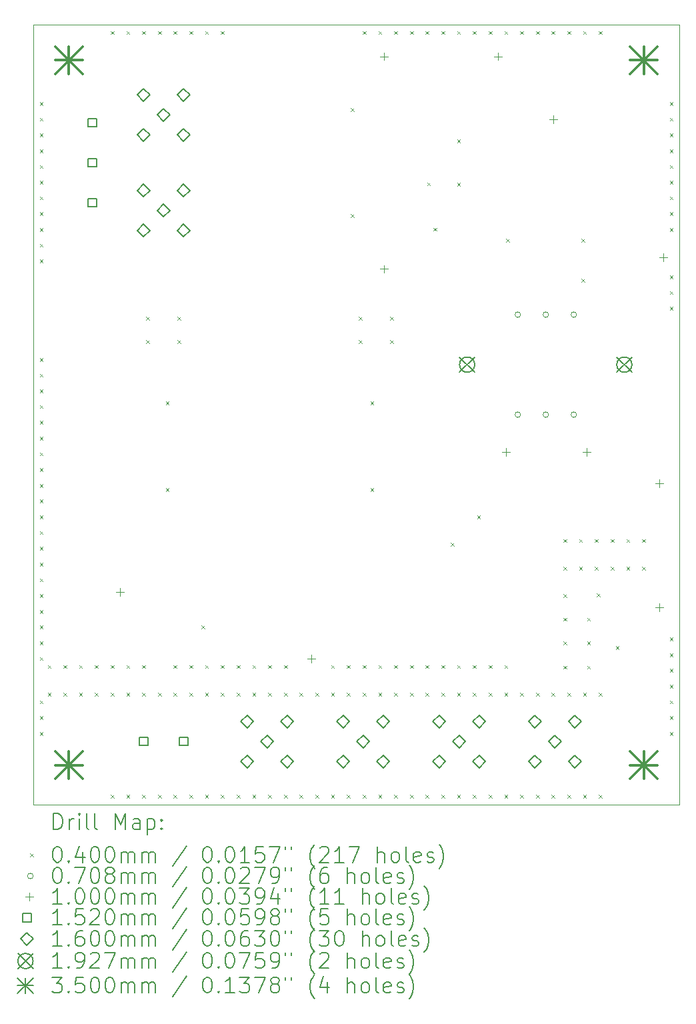
<source format=gbr>
%TF.GenerationSoftware,KiCad,Pcbnew,8.0.2-8.0.2-0~ubuntu22.04.1*%
%TF.CreationDate,2024-05-22T14:53:29-05:00*%
%TF.ProjectId,bias-supply,62696173-2d73-4757-9070-6c792e6b6963,0.1*%
%TF.SameCoordinates,Original*%
%TF.FileFunction,Drillmap*%
%TF.FilePolarity,Positive*%
%FSLAX45Y45*%
G04 Gerber Fmt 4.5, Leading zero omitted, Abs format (unit mm)*
G04 Created by KiCad (PCBNEW 8.0.2-8.0.2-0~ubuntu22.04.1) date 2024-05-22 14:53:29*
%MOMM*%
%LPD*%
G01*
G04 APERTURE LIST*
%ADD10C,0.100000*%
%ADD11C,0.200000*%
%ADD12C,0.152000*%
%ADD13C,0.160000*%
%ADD14C,0.192720*%
%ADD15C,0.350000*%
G04 APERTURE END LIST*
D10*
X10650000Y-5550000D02*
X18850000Y-5550000D01*
X18850000Y-15450000D01*
X10650000Y-15450000D01*
X10650000Y-5550000D01*
D11*
D10*
X10730000Y-6530000D02*
X10770000Y-6570000D01*
X10770000Y-6530000D02*
X10730000Y-6570000D01*
X10730000Y-6730000D02*
X10770000Y-6770000D01*
X10770000Y-6730000D02*
X10730000Y-6770000D01*
X10730000Y-6930000D02*
X10770000Y-6970000D01*
X10770000Y-6930000D02*
X10730000Y-6970000D01*
X10730000Y-7130000D02*
X10770000Y-7170000D01*
X10770000Y-7130000D02*
X10730000Y-7170000D01*
X10730000Y-7330000D02*
X10770000Y-7370000D01*
X10770000Y-7330000D02*
X10730000Y-7370000D01*
X10730000Y-7530000D02*
X10770000Y-7570000D01*
X10770000Y-7530000D02*
X10730000Y-7570000D01*
X10730000Y-7730000D02*
X10770000Y-7770000D01*
X10770000Y-7730000D02*
X10730000Y-7770000D01*
X10730000Y-7930000D02*
X10770000Y-7970000D01*
X10770000Y-7930000D02*
X10730000Y-7970000D01*
X10730000Y-8130000D02*
X10770000Y-8170000D01*
X10770000Y-8130000D02*
X10730000Y-8170000D01*
X10730000Y-8330000D02*
X10770000Y-8370000D01*
X10770000Y-8330000D02*
X10730000Y-8370000D01*
X10730000Y-8530000D02*
X10770000Y-8570000D01*
X10770000Y-8530000D02*
X10730000Y-8570000D01*
X10730000Y-9780000D02*
X10770000Y-9820000D01*
X10770000Y-9780000D02*
X10730000Y-9820000D01*
X10730000Y-9980000D02*
X10770000Y-10020000D01*
X10770000Y-9980000D02*
X10730000Y-10020000D01*
X10730000Y-10180000D02*
X10770000Y-10220000D01*
X10770000Y-10180000D02*
X10730000Y-10220000D01*
X10730000Y-10380000D02*
X10770000Y-10420000D01*
X10770000Y-10380000D02*
X10730000Y-10420000D01*
X10730000Y-10580000D02*
X10770000Y-10620000D01*
X10770000Y-10580000D02*
X10730000Y-10620000D01*
X10730000Y-10780000D02*
X10770000Y-10820000D01*
X10770000Y-10780000D02*
X10730000Y-10820000D01*
X10730000Y-10980000D02*
X10770000Y-11020000D01*
X10770000Y-10980000D02*
X10730000Y-11020000D01*
X10730000Y-11180000D02*
X10770000Y-11220000D01*
X10770000Y-11180000D02*
X10730000Y-11220000D01*
X10730000Y-11380000D02*
X10770000Y-11420000D01*
X10770000Y-11380000D02*
X10730000Y-11420000D01*
X10730000Y-11580000D02*
X10770000Y-11620000D01*
X10770000Y-11580000D02*
X10730000Y-11620000D01*
X10730000Y-11780000D02*
X10770000Y-11820000D01*
X10770000Y-11780000D02*
X10730000Y-11820000D01*
X10730000Y-11980000D02*
X10770000Y-12020000D01*
X10770000Y-11980000D02*
X10730000Y-12020000D01*
X10730000Y-12180000D02*
X10770000Y-12220000D01*
X10770000Y-12180000D02*
X10730000Y-12220000D01*
X10730000Y-12380000D02*
X10770000Y-12420000D01*
X10770000Y-12380000D02*
X10730000Y-12420000D01*
X10730000Y-12580000D02*
X10770000Y-12620000D01*
X10770000Y-12580000D02*
X10730000Y-12620000D01*
X10730000Y-12780000D02*
X10770000Y-12820000D01*
X10770000Y-12780000D02*
X10730000Y-12820000D01*
X10730000Y-12980000D02*
X10770000Y-13020000D01*
X10770000Y-12980000D02*
X10730000Y-13020000D01*
X10730000Y-13180000D02*
X10770000Y-13220000D01*
X10770000Y-13180000D02*
X10730000Y-13220000D01*
X10730000Y-13380000D02*
X10770000Y-13420000D01*
X10770000Y-13380000D02*
X10730000Y-13420000D01*
X10730000Y-13580000D02*
X10770000Y-13620000D01*
X10770000Y-13580000D02*
X10730000Y-13620000D01*
X10730000Y-14130000D02*
X10770000Y-14170000D01*
X10770000Y-14130000D02*
X10730000Y-14170000D01*
X10730000Y-14330000D02*
X10770000Y-14370000D01*
X10770000Y-14330000D02*
X10730000Y-14370000D01*
X10730000Y-14530000D02*
X10770000Y-14570000D01*
X10770000Y-14530000D02*
X10730000Y-14570000D01*
X10830000Y-13680000D02*
X10870000Y-13720000D01*
X10870000Y-13680000D02*
X10830000Y-13720000D01*
X10830000Y-14030000D02*
X10870000Y-14070000D01*
X10870000Y-14030000D02*
X10830000Y-14070000D01*
X11030000Y-13680000D02*
X11070000Y-13720000D01*
X11070000Y-13680000D02*
X11030000Y-13720000D01*
X11030000Y-14030000D02*
X11070000Y-14070000D01*
X11070000Y-14030000D02*
X11030000Y-14070000D01*
X11230000Y-13680000D02*
X11270000Y-13720000D01*
X11270000Y-13680000D02*
X11230000Y-13720000D01*
X11230000Y-14030000D02*
X11270000Y-14070000D01*
X11270000Y-14030000D02*
X11230000Y-14070000D01*
X11430000Y-13680000D02*
X11470000Y-13720000D01*
X11470000Y-13680000D02*
X11430000Y-13720000D01*
X11430000Y-14030000D02*
X11470000Y-14070000D01*
X11470000Y-14030000D02*
X11430000Y-14070000D01*
X11630000Y-5630000D02*
X11670000Y-5670000D01*
X11670000Y-5630000D02*
X11630000Y-5670000D01*
X11630000Y-13680000D02*
X11670000Y-13720000D01*
X11670000Y-13680000D02*
X11630000Y-13720000D01*
X11630000Y-14030000D02*
X11670000Y-14070000D01*
X11670000Y-14030000D02*
X11630000Y-14070000D01*
X11630000Y-15330000D02*
X11670000Y-15370000D01*
X11670000Y-15330000D02*
X11630000Y-15370000D01*
X11830000Y-5630000D02*
X11870000Y-5670000D01*
X11870000Y-5630000D02*
X11830000Y-5670000D01*
X11830000Y-13680000D02*
X11870000Y-13720000D01*
X11870000Y-13680000D02*
X11830000Y-13720000D01*
X11830000Y-14030000D02*
X11870000Y-14070000D01*
X11870000Y-14030000D02*
X11830000Y-14070000D01*
X11830000Y-15330000D02*
X11870000Y-15370000D01*
X11870000Y-15330000D02*
X11830000Y-15370000D01*
X12030000Y-5630000D02*
X12070000Y-5670000D01*
X12070000Y-5630000D02*
X12030000Y-5670000D01*
X12030000Y-13680000D02*
X12070000Y-13720000D01*
X12070000Y-13680000D02*
X12030000Y-13720000D01*
X12030000Y-14030000D02*
X12070000Y-14070000D01*
X12070000Y-14030000D02*
X12030000Y-14070000D01*
X12030000Y-15330000D02*
X12070000Y-15370000D01*
X12070000Y-15330000D02*
X12030000Y-15370000D01*
X12080000Y-9255000D02*
X12120000Y-9295000D01*
X12120000Y-9255000D02*
X12080000Y-9295000D01*
X12080000Y-9555000D02*
X12120000Y-9595000D01*
X12120000Y-9555000D02*
X12080000Y-9595000D01*
X12230000Y-5630000D02*
X12270000Y-5670000D01*
X12270000Y-5630000D02*
X12230000Y-5670000D01*
X12230000Y-14030000D02*
X12270000Y-14070000D01*
X12270000Y-14030000D02*
X12230000Y-14070000D01*
X12230000Y-15330000D02*
X12270000Y-15370000D01*
X12270000Y-15330000D02*
X12230000Y-15370000D01*
X12330000Y-10330000D02*
X12370000Y-10370000D01*
X12370000Y-10330000D02*
X12330000Y-10370000D01*
X12330000Y-11430000D02*
X12370000Y-11470000D01*
X12370000Y-11430000D02*
X12330000Y-11470000D01*
X12430000Y-5630000D02*
X12470000Y-5670000D01*
X12470000Y-5630000D02*
X12430000Y-5670000D01*
X12430000Y-13680000D02*
X12470000Y-13720000D01*
X12470000Y-13680000D02*
X12430000Y-13720000D01*
X12430000Y-14030000D02*
X12470000Y-14070000D01*
X12470000Y-14030000D02*
X12430000Y-14070000D01*
X12430000Y-15330000D02*
X12470000Y-15370000D01*
X12470000Y-15330000D02*
X12430000Y-15370000D01*
X12480000Y-9255000D02*
X12520000Y-9295000D01*
X12520000Y-9255000D02*
X12480000Y-9295000D01*
X12480000Y-9555000D02*
X12520000Y-9595000D01*
X12520000Y-9555000D02*
X12480000Y-9595000D01*
X12630000Y-5630000D02*
X12670000Y-5670000D01*
X12670000Y-5630000D02*
X12630000Y-5670000D01*
X12630000Y-13680000D02*
X12670000Y-13720000D01*
X12670000Y-13680000D02*
X12630000Y-13720000D01*
X12630000Y-14030000D02*
X12670000Y-14070000D01*
X12670000Y-14030000D02*
X12630000Y-14070000D01*
X12630000Y-15330000D02*
X12670000Y-15370000D01*
X12670000Y-15330000D02*
X12630000Y-15370000D01*
X12780000Y-13180000D02*
X12820000Y-13220000D01*
X12820000Y-13180000D02*
X12780000Y-13220000D01*
X12830000Y-5630000D02*
X12870000Y-5670000D01*
X12870000Y-5630000D02*
X12830000Y-5670000D01*
X12830000Y-13680000D02*
X12870000Y-13720000D01*
X12870000Y-13680000D02*
X12830000Y-13720000D01*
X12830000Y-14030000D02*
X12870000Y-14070000D01*
X12870000Y-14030000D02*
X12830000Y-14070000D01*
X12830000Y-15330000D02*
X12870000Y-15370000D01*
X12870000Y-15330000D02*
X12830000Y-15370000D01*
X13030000Y-5630000D02*
X13070000Y-5670000D01*
X13070000Y-5630000D02*
X13030000Y-5670000D01*
X13030000Y-13680000D02*
X13070000Y-13720000D01*
X13070000Y-13680000D02*
X13030000Y-13720000D01*
X13030000Y-14030000D02*
X13070000Y-14070000D01*
X13070000Y-14030000D02*
X13030000Y-14070000D01*
X13030000Y-15330000D02*
X13070000Y-15370000D01*
X13070000Y-15330000D02*
X13030000Y-15370000D01*
X13230000Y-13680000D02*
X13270000Y-13720000D01*
X13270000Y-13680000D02*
X13230000Y-13720000D01*
X13230000Y-14030000D02*
X13270000Y-14070000D01*
X13270000Y-14030000D02*
X13230000Y-14070000D01*
X13230000Y-15330000D02*
X13270000Y-15370000D01*
X13270000Y-15330000D02*
X13230000Y-15370000D01*
X13430000Y-13680000D02*
X13470000Y-13720000D01*
X13470000Y-13680000D02*
X13430000Y-13720000D01*
X13430000Y-14030000D02*
X13470000Y-14070000D01*
X13470000Y-14030000D02*
X13430000Y-14070000D01*
X13430000Y-15330000D02*
X13470000Y-15370000D01*
X13470000Y-15330000D02*
X13430000Y-15370000D01*
X13630000Y-13680000D02*
X13670000Y-13720000D01*
X13670000Y-13680000D02*
X13630000Y-13720000D01*
X13630000Y-14030000D02*
X13670000Y-14070000D01*
X13670000Y-14030000D02*
X13630000Y-14070000D01*
X13630000Y-15330000D02*
X13670000Y-15370000D01*
X13670000Y-15330000D02*
X13630000Y-15370000D01*
X13830000Y-13680000D02*
X13870000Y-13720000D01*
X13870000Y-13680000D02*
X13830000Y-13720000D01*
X13830000Y-14030000D02*
X13870000Y-14070000D01*
X13870000Y-14030000D02*
X13830000Y-14070000D01*
X13830000Y-15330000D02*
X13870000Y-15370000D01*
X13870000Y-15330000D02*
X13830000Y-15370000D01*
X14030000Y-14030000D02*
X14070000Y-14070000D01*
X14070000Y-14030000D02*
X14030000Y-14070000D01*
X14030000Y-15330000D02*
X14070000Y-15370000D01*
X14070000Y-15330000D02*
X14030000Y-15370000D01*
X14230000Y-14030000D02*
X14270000Y-14070000D01*
X14270000Y-14030000D02*
X14230000Y-14070000D01*
X14230000Y-15330000D02*
X14270000Y-15370000D01*
X14270000Y-15330000D02*
X14230000Y-15370000D01*
X14430000Y-13680000D02*
X14470000Y-13720000D01*
X14470000Y-13680000D02*
X14430000Y-13720000D01*
X14430000Y-14030000D02*
X14470000Y-14070000D01*
X14470000Y-14030000D02*
X14430000Y-14070000D01*
X14430000Y-15330000D02*
X14470000Y-15370000D01*
X14470000Y-15330000D02*
X14430000Y-15370000D01*
X14630000Y-13680000D02*
X14670000Y-13720000D01*
X14670000Y-13680000D02*
X14630000Y-13720000D01*
X14630000Y-14030000D02*
X14670000Y-14070000D01*
X14670000Y-14030000D02*
X14630000Y-14070000D01*
X14630000Y-15330000D02*
X14670000Y-15370000D01*
X14670000Y-15330000D02*
X14630000Y-15370000D01*
X14680000Y-6605000D02*
X14720000Y-6645000D01*
X14720000Y-6605000D02*
X14680000Y-6645000D01*
X14680000Y-7955000D02*
X14720000Y-7995000D01*
X14720000Y-7955000D02*
X14680000Y-7995000D01*
X14780000Y-9255000D02*
X14820000Y-9295000D01*
X14820000Y-9255000D02*
X14780000Y-9295000D01*
X14780000Y-9555000D02*
X14820000Y-9595000D01*
X14820000Y-9555000D02*
X14780000Y-9595000D01*
X14830000Y-5630000D02*
X14870000Y-5670000D01*
X14870000Y-5630000D02*
X14830000Y-5670000D01*
X14830000Y-13680000D02*
X14870000Y-13720000D01*
X14870000Y-13680000D02*
X14830000Y-13720000D01*
X14830000Y-14030000D02*
X14870000Y-14070000D01*
X14870000Y-14030000D02*
X14830000Y-14070000D01*
X14830000Y-15330000D02*
X14870000Y-15370000D01*
X14870000Y-15330000D02*
X14830000Y-15370000D01*
X14930000Y-10330000D02*
X14970000Y-10370000D01*
X14970000Y-10330000D02*
X14930000Y-10370000D01*
X14930000Y-11430000D02*
X14970000Y-11470000D01*
X14970000Y-11430000D02*
X14930000Y-11470000D01*
X15030000Y-5630000D02*
X15070000Y-5670000D01*
X15070000Y-5630000D02*
X15030000Y-5670000D01*
X15030000Y-13680000D02*
X15070000Y-13720000D01*
X15070000Y-13680000D02*
X15030000Y-13720000D01*
X15030000Y-14030000D02*
X15070000Y-14070000D01*
X15070000Y-14030000D02*
X15030000Y-14070000D01*
X15030000Y-15330000D02*
X15070000Y-15370000D01*
X15070000Y-15330000D02*
X15030000Y-15370000D01*
X15180000Y-9255000D02*
X15220000Y-9295000D01*
X15220000Y-9255000D02*
X15180000Y-9295000D01*
X15180000Y-9555000D02*
X15220000Y-9595000D01*
X15220000Y-9555000D02*
X15180000Y-9595000D01*
X15230000Y-5630000D02*
X15270000Y-5670000D01*
X15270000Y-5630000D02*
X15230000Y-5670000D01*
X15230000Y-13680000D02*
X15270000Y-13720000D01*
X15270000Y-13680000D02*
X15230000Y-13720000D01*
X15230000Y-14030000D02*
X15270000Y-14070000D01*
X15270000Y-14030000D02*
X15230000Y-14070000D01*
X15230000Y-15330000D02*
X15270000Y-15370000D01*
X15270000Y-15330000D02*
X15230000Y-15370000D01*
X15430000Y-5630000D02*
X15470000Y-5670000D01*
X15470000Y-5630000D02*
X15430000Y-5670000D01*
X15430000Y-13680000D02*
X15470000Y-13720000D01*
X15470000Y-13680000D02*
X15430000Y-13720000D01*
X15430000Y-14030000D02*
X15470000Y-14070000D01*
X15470000Y-14030000D02*
X15430000Y-14070000D01*
X15430000Y-15330000D02*
X15470000Y-15370000D01*
X15470000Y-15330000D02*
X15430000Y-15370000D01*
X15630000Y-5630000D02*
X15670000Y-5670000D01*
X15670000Y-5630000D02*
X15630000Y-5670000D01*
X15630000Y-13680000D02*
X15670000Y-13720000D01*
X15670000Y-13680000D02*
X15630000Y-13720000D01*
X15630000Y-14030000D02*
X15670000Y-14070000D01*
X15670000Y-14030000D02*
X15630000Y-14070000D01*
X15630000Y-15330000D02*
X15670000Y-15370000D01*
X15670000Y-15330000D02*
X15630000Y-15370000D01*
X15649000Y-7552135D02*
X15689000Y-7592135D01*
X15689000Y-7552135D02*
X15649000Y-7592135D01*
X15730000Y-8126250D02*
X15770000Y-8166250D01*
X15770000Y-8126250D02*
X15730000Y-8166250D01*
X15830000Y-5630000D02*
X15870000Y-5670000D01*
X15870000Y-5630000D02*
X15830000Y-5670000D01*
X15830000Y-13680000D02*
X15870000Y-13720000D01*
X15870000Y-13680000D02*
X15830000Y-13720000D01*
X15830000Y-14030000D02*
X15870000Y-14070000D01*
X15870000Y-14030000D02*
X15830000Y-14070000D01*
X15830000Y-15330000D02*
X15870000Y-15370000D01*
X15870000Y-15330000D02*
X15830000Y-15370000D01*
X15946250Y-12130000D02*
X15986250Y-12170000D01*
X15986250Y-12130000D02*
X15946250Y-12170000D01*
X16030000Y-5630000D02*
X16070000Y-5670000D01*
X16070000Y-5630000D02*
X16030000Y-5670000D01*
X16030000Y-7005000D02*
X16070000Y-7045000D01*
X16070000Y-7005000D02*
X16030000Y-7045000D01*
X16030000Y-7555000D02*
X16070000Y-7595000D01*
X16070000Y-7555000D02*
X16030000Y-7595000D01*
X16030000Y-13680000D02*
X16070000Y-13720000D01*
X16070000Y-13680000D02*
X16030000Y-13720000D01*
X16030000Y-14030000D02*
X16070000Y-14070000D01*
X16070000Y-14030000D02*
X16030000Y-14070000D01*
X16030000Y-15330000D02*
X16070000Y-15370000D01*
X16070000Y-15330000D02*
X16030000Y-15370000D01*
X16230000Y-5630000D02*
X16270000Y-5670000D01*
X16270000Y-5630000D02*
X16230000Y-5670000D01*
X16230000Y-13680000D02*
X16270000Y-13720000D01*
X16270000Y-13680000D02*
X16230000Y-13720000D01*
X16230000Y-14030000D02*
X16270000Y-14070000D01*
X16270000Y-14030000D02*
X16230000Y-14070000D01*
X16230000Y-15330000D02*
X16270000Y-15370000D01*
X16270000Y-15330000D02*
X16230000Y-15370000D01*
X16283750Y-11780000D02*
X16323750Y-11820000D01*
X16323750Y-11780000D02*
X16283750Y-11820000D01*
X16430000Y-5630000D02*
X16470000Y-5670000D01*
X16470000Y-5630000D02*
X16430000Y-5670000D01*
X16430000Y-13680000D02*
X16470000Y-13720000D01*
X16470000Y-13680000D02*
X16430000Y-13720000D01*
X16430000Y-14030000D02*
X16470000Y-14070000D01*
X16470000Y-14030000D02*
X16430000Y-14070000D01*
X16430000Y-15330000D02*
X16470000Y-15370000D01*
X16470000Y-15330000D02*
X16430000Y-15370000D01*
X16630000Y-5630000D02*
X16670000Y-5670000D01*
X16670000Y-5630000D02*
X16630000Y-5670000D01*
X16630000Y-13680000D02*
X16670000Y-13720000D01*
X16670000Y-13680000D02*
X16630000Y-13720000D01*
X16630000Y-14030000D02*
X16670000Y-14070000D01*
X16670000Y-14030000D02*
X16630000Y-14070000D01*
X16630000Y-15330000D02*
X16670000Y-15370000D01*
X16670000Y-15330000D02*
X16630000Y-15370000D01*
X16652500Y-8266500D02*
X16692500Y-8306500D01*
X16692500Y-8266500D02*
X16652500Y-8306500D01*
X16830000Y-5630000D02*
X16870000Y-5670000D01*
X16870000Y-5630000D02*
X16830000Y-5670000D01*
X16830000Y-14030000D02*
X16870000Y-14070000D01*
X16870000Y-14030000D02*
X16830000Y-14070000D01*
X16830000Y-15330000D02*
X16870000Y-15370000D01*
X16870000Y-15330000D02*
X16830000Y-15370000D01*
X17030000Y-5630000D02*
X17070000Y-5670000D01*
X17070000Y-5630000D02*
X17030000Y-5670000D01*
X17030000Y-14030000D02*
X17070000Y-14070000D01*
X17070000Y-14030000D02*
X17030000Y-14070000D01*
X17030000Y-15330000D02*
X17070000Y-15370000D01*
X17070000Y-15330000D02*
X17030000Y-15370000D01*
X17230000Y-5630000D02*
X17270000Y-5670000D01*
X17270000Y-5630000D02*
X17230000Y-5670000D01*
X17230000Y-14030000D02*
X17270000Y-14070000D01*
X17270000Y-14030000D02*
X17230000Y-14070000D01*
X17230000Y-15330000D02*
X17270000Y-15370000D01*
X17270000Y-15330000D02*
X17230000Y-15370000D01*
X17380000Y-12080000D02*
X17420000Y-12120000D01*
X17420000Y-12080000D02*
X17380000Y-12120000D01*
X17380000Y-12430000D02*
X17420000Y-12470000D01*
X17420000Y-12430000D02*
X17380000Y-12470000D01*
X17380000Y-12780000D02*
X17420000Y-12820000D01*
X17420000Y-12780000D02*
X17380000Y-12820000D01*
X17380000Y-13080000D02*
X17420000Y-13120000D01*
X17420000Y-13080000D02*
X17380000Y-13120000D01*
X17380000Y-13380000D02*
X17420000Y-13420000D01*
X17420000Y-13380000D02*
X17380000Y-13420000D01*
X17380000Y-13689740D02*
X17420000Y-13729740D01*
X17420000Y-13689740D02*
X17380000Y-13729740D01*
X17430000Y-5630000D02*
X17470000Y-5670000D01*
X17470000Y-5630000D02*
X17430000Y-5670000D01*
X17430000Y-14030000D02*
X17470000Y-14070000D01*
X17470000Y-14030000D02*
X17430000Y-14070000D01*
X17430000Y-15330000D02*
X17470000Y-15370000D01*
X17470000Y-15330000D02*
X17430000Y-15370000D01*
X17580000Y-12080000D02*
X17620000Y-12120000D01*
X17620000Y-12080000D02*
X17580000Y-12120000D01*
X17580000Y-12430000D02*
X17620000Y-12470000D01*
X17620000Y-12430000D02*
X17580000Y-12470000D01*
X17607500Y-8266500D02*
X17647500Y-8306500D01*
X17647500Y-8266500D02*
X17607500Y-8306500D01*
X17607500Y-8774500D02*
X17647500Y-8814500D01*
X17647500Y-8774500D02*
X17607500Y-8814500D01*
X17630000Y-5630000D02*
X17670000Y-5670000D01*
X17670000Y-5630000D02*
X17630000Y-5670000D01*
X17630000Y-14030000D02*
X17670000Y-14070000D01*
X17670000Y-14030000D02*
X17630000Y-14070000D01*
X17630000Y-15330000D02*
X17670000Y-15370000D01*
X17670000Y-15330000D02*
X17630000Y-15370000D01*
X17680000Y-13080000D02*
X17720000Y-13120000D01*
X17720000Y-13080000D02*
X17680000Y-13120000D01*
X17680000Y-13380000D02*
X17720000Y-13420000D01*
X17720000Y-13380000D02*
X17680000Y-13420000D01*
X17680000Y-13689740D02*
X17720000Y-13729740D01*
X17720000Y-13689740D02*
X17680000Y-13729740D01*
X17780000Y-12080000D02*
X17820000Y-12120000D01*
X17820000Y-12080000D02*
X17780000Y-12120000D01*
X17780000Y-12430000D02*
X17820000Y-12470000D01*
X17820000Y-12430000D02*
X17780000Y-12470000D01*
X17805000Y-12770260D02*
X17845000Y-12810260D01*
X17845000Y-12770260D02*
X17805000Y-12810260D01*
X17830000Y-5630000D02*
X17870000Y-5670000D01*
X17870000Y-5630000D02*
X17830000Y-5670000D01*
X17830000Y-14030000D02*
X17870000Y-14070000D01*
X17870000Y-14030000D02*
X17830000Y-14070000D01*
X17830000Y-15330000D02*
X17870000Y-15370000D01*
X17870000Y-15330000D02*
X17830000Y-15370000D01*
X17980000Y-12080000D02*
X18020000Y-12120000D01*
X18020000Y-12080000D02*
X17980000Y-12120000D01*
X17980000Y-12430000D02*
X18020000Y-12470000D01*
X18020000Y-12430000D02*
X17980000Y-12470000D01*
X18045150Y-13440000D02*
X18085150Y-13480000D01*
X18085150Y-13440000D02*
X18045150Y-13480000D01*
X18180000Y-12080000D02*
X18220000Y-12120000D01*
X18220000Y-12080000D02*
X18180000Y-12120000D01*
X18180000Y-12430000D02*
X18220000Y-12470000D01*
X18220000Y-12430000D02*
X18180000Y-12470000D01*
X18380000Y-12080000D02*
X18420000Y-12120000D01*
X18420000Y-12080000D02*
X18380000Y-12120000D01*
X18380000Y-12430000D02*
X18420000Y-12470000D01*
X18420000Y-12430000D02*
X18380000Y-12470000D01*
X18730000Y-6530000D02*
X18770000Y-6570000D01*
X18770000Y-6530000D02*
X18730000Y-6570000D01*
X18730000Y-6730000D02*
X18770000Y-6770000D01*
X18770000Y-6730000D02*
X18730000Y-6770000D01*
X18730000Y-6930000D02*
X18770000Y-6970000D01*
X18770000Y-6930000D02*
X18730000Y-6970000D01*
X18730000Y-7130000D02*
X18770000Y-7170000D01*
X18770000Y-7130000D02*
X18730000Y-7170000D01*
X18730000Y-7330000D02*
X18770000Y-7370000D01*
X18770000Y-7330000D02*
X18730000Y-7370000D01*
X18730000Y-7530000D02*
X18770000Y-7570000D01*
X18770000Y-7530000D02*
X18730000Y-7570000D01*
X18730000Y-7730000D02*
X18770000Y-7770000D01*
X18770000Y-7730000D02*
X18730000Y-7770000D01*
X18730000Y-7930000D02*
X18770000Y-7970000D01*
X18770000Y-7930000D02*
X18730000Y-7970000D01*
X18730000Y-8130000D02*
X18770000Y-8170000D01*
X18770000Y-8130000D02*
X18730000Y-8170000D01*
X18730000Y-8730000D02*
X18770000Y-8770000D01*
X18770000Y-8730000D02*
X18730000Y-8770000D01*
X18730000Y-8930000D02*
X18770000Y-8970000D01*
X18770000Y-8930000D02*
X18730000Y-8970000D01*
X18730000Y-9130000D02*
X18770000Y-9170000D01*
X18770000Y-9130000D02*
X18730000Y-9170000D01*
X18730000Y-13330000D02*
X18770000Y-13370000D01*
X18770000Y-13330000D02*
X18730000Y-13370000D01*
X18730000Y-13530000D02*
X18770000Y-13570000D01*
X18770000Y-13530000D02*
X18730000Y-13570000D01*
X18730000Y-13730000D02*
X18770000Y-13770000D01*
X18770000Y-13730000D02*
X18730000Y-13770000D01*
X18730000Y-13930000D02*
X18770000Y-13970000D01*
X18770000Y-13930000D02*
X18730000Y-13970000D01*
X18730000Y-14130000D02*
X18770000Y-14170000D01*
X18770000Y-14130000D02*
X18730000Y-14170000D01*
X18730000Y-14330000D02*
X18770000Y-14370000D01*
X18770000Y-14330000D02*
X18730000Y-14370000D01*
X18730000Y-14530000D02*
X18770000Y-14570000D01*
X18770000Y-14530000D02*
X18730000Y-14570000D01*
X16835400Y-9230000D02*
G75*
G02*
X16764600Y-9230000I-35400J0D01*
G01*
X16764600Y-9230000D02*
G75*
G02*
X16835400Y-9230000I35400J0D01*
G01*
X16835400Y-10500000D02*
G75*
G02*
X16764600Y-10500000I-35400J0D01*
G01*
X16764600Y-10500000D02*
G75*
G02*
X16835400Y-10500000I35400J0D01*
G01*
X17191000Y-9230000D02*
G75*
G02*
X17120200Y-9230000I-35400J0D01*
G01*
X17120200Y-9230000D02*
G75*
G02*
X17191000Y-9230000I35400J0D01*
G01*
X17191000Y-10500000D02*
G75*
G02*
X17120200Y-10500000I-35400J0D01*
G01*
X17120200Y-10500000D02*
G75*
G02*
X17191000Y-10500000I35400J0D01*
G01*
X17546600Y-9230000D02*
G75*
G02*
X17475800Y-9230000I-35400J0D01*
G01*
X17475800Y-9230000D02*
G75*
G02*
X17546600Y-9230000I35400J0D01*
G01*
X17546600Y-10500000D02*
G75*
G02*
X17475800Y-10500000I-35400J0D01*
G01*
X17475800Y-10500000D02*
G75*
G02*
X17546600Y-10500000I35400J0D01*
G01*
X11750000Y-12700000D02*
X11750000Y-12800000D01*
X11700000Y-12750000D02*
X11800000Y-12750000D01*
X14175000Y-13550000D02*
X14175000Y-13650000D01*
X14125000Y-13600000D02*
X14225000Y-13600000D01*
X15100000Y-5900000D02*
X15100000Y-6000000D01*
X15050000Y-5950000D02*
X15150000Y-5950000D01*
X15100000Y-8600000D02*
X15100000Y-8700000D01*
X15050000Y-8650000D02*
X15150000Y-8650000D01*
X16550000Y-5900000D02*
X16550000Y-6000000D01*
X16500000Y-5950000D02*
X16600000Y-5950000D01*
X16650000Y-10925000D02*
X16650000Y-11025000D01*
X16600000Y-10975000D02*
X16700000Y-10975000D01*
X17250000Y-6700000D02*
X17250000Y-6800000D01*
X17200000Y-6750000D02*
X17300000Y-6750000D01*
X17675000Y-10925000D02*
X17675000Y-11025000D01*
X17625000Y-10975000D02*
X17725000Y-10975000D01*
X18600000Y-11325000D02*
X18600000Y-11425000D01*
X18550000Y-11375000D02*
X18650000Y-11375000D01*
X18600000Y-12900000D02*
X18600000Y-13000000D01*
X18550000Y-12950000D02*
X18650000Y-12950000D01*
X18650000Y-8450000D02*
X18650000Y-8550000D01*
X18600000Y-8500000D02*
X18700000Y-8500000D01*
D12*
X11453741Y-6845741D02*
X11453741Y-6738259D01*
X11346259Y-6738259D01*
X11346259Y-6845741D01*
X11453741Y-6845741D01*
X11453741Y-7353741D02*
X11453741Y-7246259D01*
X11346259Y-7246259D01*
X11346259Y-7353741D01*
X11453741Y-7353741D01*
X11453741Y-7861741D02*
X11453741Y-7754259D01*
X11346259Y-7754259D01*
X11346259Y-7861741D01*
X11453741Y-7861741D01*
X12103741Y-14703741D02*
X12103741Y-14596259D01*
X11996259Y-14596259D01*
X11996259Y-14703741D01*
X12103741Y-14703741D01*
X12611741Y-14703741D02*
X12611741Y-14596259D01*
X12504259Y-14596259D01*
X12504259Y-14703741D01*
X12611741Y-14703741D01*
D13*
X12046000Y-6517100D02*
X12126000Y-6437100D01*
X12046000Y-6357100D01*
X11966000Y-6437100D01*
X12046000Y-6517100D01*
X12046000Y-7025100D02*
X12126000Y-6945100D01*
X12046000Y-6865100D01*
X11966000Y-6945100D01*
X12046000Y-7025100D01*
X12046000Y-7734900D02*
X12126000Y-7654900D01*
X12046000Y-7574900D01*
X11966000Y-7654900D01*
X12046000Y-7734900D01*
X12046000Y-8242900D02*
X12126000Y-8162900D01*
X12046000Y-8082900D01*
X11966000Y-8162900D01*
X12046000Y-8242900D01*
X12300000Y-6771100D02*
X12380000Y-6691100D01*
X12300000Y-6611100D01*
X12220000Y-6691100D01*
X12300000Y-6771100D01*
X12300000Y-7988900D02*
X12380000Y-7908900D01*
X12300000Y-7828900D01*
X12220000Y-7908900D01*
X12300000Y-7988900D01*
X12554000Y-6517100D02*
X12634000Y-6437100D01*
X12554000Y-6357100D01*
X12474000Y-6437100D01*
X12554000Y-6517100D01*
X12554000Y-7025100D02*
X12634000Y-6945100D01*
X12554000Y-6865100D01*
X12474000Y-6945100D01*
X12554000Y-7025100D01*
X12554000Y-7734900D02*
X12634000Y-7654900D01*
X12554000Y-7574900D01*
X12474000Y-7654900D01*
X12554000Y-7734900D01*
X12554000Y-8242900D02*
X12634000Y-8162900D01*
X12554000Y-8082900D01*
X12474000Y-8162900D01*
X12554000Y-8242900D01*
X13364500Y-14476000D02*
X13444500Y-14396000D01*
X13364500Y-14316000D01*
X13284500Y-14396000D01*
X13364500Y-14476000D01*
X13364500Y-14984000D02*
X13444500Y-14904000D01*
X13364500Y-14824000D01*
X13284500Y-14904000D01*
X13364500Y-14984000D01*
X13618500Y-14730000D02*
X13698500Y-14650000D01*
X13618500Y-14570000D01*
X13538500Y-14650000D01*
X13618500Y-14730000D01*
X13872500Y-14476000D02*
X13952500Y-14396000D01*
X13872500Y-14316000D01*
X13792500Y-14396000D01*
X13872500Y-14476000D01*
X13872500Y-14984000D02*
X13952500Y-14904000D01*
X13872500Y-14824000D01*
X13792500Y-14904000D01*
X13872500Y-14984000D01*
X14582250Y-14476000D02*
X14662250Y-14396000D01*
X14582250Y-14316000D01*
X14502250Y-14396000D01*
X14582250Y-14476000D01*
X14582250Y-14984000D02*
X14662250Y-14904000D01*
X14582250Y-14824000D01*
X14502250Y-14904000D01*
X14582250Y-14984000D01*
X14836250Y-14730000D02*
X14916250Y-14650000D01*
X14836250Y-14570000D01*
X14756250Y-14650000D01*
X14836250Y-14730000D01*
X15090250Y-14476000D02*
X15170250Y-14396000D01*
X15090250Y-14316000D01*
X15010250Y-14396000D01*
X15090250Y-14476000D01*
X15090250Y-14984000D02*
X15170250Y-14904000D01*
X15090250Y-14824000D01*
X15010250Y-14904000D01*
X15090250Y-14984000D01*
X15800000Y-14476000D02*
X15880000Y-14396000D01*
X15800000Y-14316000D01*
X15720000Y-14396000D01*
X15800000Y-14476000D01*
X15800000Y-14984000D02*
X15880000Y-14904000D01*
X15800000Y-14824000D01*
X15720000Y-14904000D01*
X15800000Y-14984000D01*
X16054000Y-14730000D02*
X16134000Y-14650000D01*
X16054000Y-14570000D01*
X15974000Y-14650000D01*
X16054000Y-14730000D01*
X16308000Y-14476000D02*
X16388000Y-14396000D01*
X16308000Y-14316000D01*
X16228000Y-14396000D01*
X16308000Y-14476000D01*
X16308000Y-14984000D02*
X16388000Y-14904000D01*
X16308000Y-14824000D01*
X16228000Y-14904000D01*
X16308000Y-14984000D01*
X17017750Y-14476000D02*
X17097750Y-14396000D01*
X17017750Y-14316000D01*
X16937750Y-14396000D01*
X17017750Y-14476000D01*
X17017750Y-14984000D02*
X17097750Y-14904000D01*
X17017750Y-14824000D01*
X16937750Y-14904000D01*
X17017750Y-14984000D01*
X17271750Y-14730000D02*
X17351750Y-14650000D01*
X17271750Y-14570000D01*
X17191750Y-14650000D01*
X17271750Y-14730000D01*
X17525750Y-14476000D02*
X17605750Y-14396000D01*
X17525750Y-14316000D01*
X17445750Y-14396000D01*
X17525750Y-14476000D01*
X17525750Y-14984000D02*
X17605750Y-14904000D01*
X17525750Y-14824000D01*
X17445750Y-14904000D01*
X17525750Y-14984000D01*
D14*
X16061040Y-9768640D02*
X16253760Y-9961360D01*
X16253760Y-9768640D02*
X16061040Y-9961360D01*
X16253760Y-9865000D02*
G75*
G02*
X16061040Y-9865000I-96360J0D01*
G01*
X16061040Y-9865000D02*
G75*
G02*
X16253760Y-9865000I96360J0D01*
G01*
X18057440Y-9768640D02*
X18250160Y-9961360D01*
X18250160Y-9768640D02*
X18057440Y-9961360D01*
X18250160Y-9865000D02*
G75*
G02*
X18057440Y-9865000I-96360J0D01*
G01*
X18057440Y-9865000D02*
G75*
G02*
X18250160Y-9865000I96360J0D01*
G01*
D15*
X10925000Y-5825000D02*
X11275000Y-6175000D01*
X11275000Y-5825000D02*
X10925000Y-6175000D01*
X11100000Y-5825000D02*
X11100000Y-6175000D01*
X10925000Y-6000000D02*
X11275000Y-6000000D01*
X10925000Y-14775000D02*
X11275000Y-15125000D01*
X11275000Y-14775000D02*
X10925000Y-15125000D01*
X11100000Y-14775000D02*
X11100000Y-15125000D01*
X10925000Y-14950000D02*
X11275000Y-14950000D01*
X18225000Y-5825000D02*
X18575000Y-6175000D01*
X18575000Y-5825000D02*
X18225000Y-6175000D01*
X18400000Y-5825000D02*
X18400000Y-6175000D01*
X18225000Y-6000000D02*
X18575000Y-6000000D01*
X18225000Y-14775000D02*
X18575000Y-15125000D01*
X18575000Y-14775000D02*
X18225000Y-15125000D01*
X18400000Y-14775000D02*
X18400000Y-15125000D01*
X18225000Y-14950000D02*
X18575000Y-14950000D01*
D11*
X10905777Y-15766484D02*
X10905777Y-15566484D01*
X10905777Y-15566484D02*
X10953396Y-15566484D01*
X10953396Y-15566484D02*
X10981967Y-15576008D01*
X10981967Y-15576008D02*
X11001015Y-15595055D01*
X11001015Y-15595055D02*
X11010539Y-15614103D01*
X11010539Y-15614103D02*
X11020063Y-15652198D01*
X11020063Y-15652198D02*
X11020063Y-15680769D01*
X11020063Y-15680769D02*
X11010539Y-15718865D01*
X11010539Y-15718865D02*
X11001015Y-15737912D01*
X11001015Y-15737912D02*
X10981967Y-15756960D01*
X10981967Y-15756960D02*
X10953396Y-15766484D01*
X10953396Y-15766484D02*
X10905777Y-15766484D01*
X11105777Y-15766484D02*
X11105777Y-15633150D01*
X11105777Y-15671246D02*
X11115301Y-15652198D01*
X11115301Y-15652198D02*
X11124824Y-15642674D01*
X11124824Y-15642674D02*
X11143872Y-15633150D01*
X11143872Y-15633150D02*
X11162920Y-15633150D01*
X11229586Y-15766484D02*
X11229586Y-15633150D01*
X11229586Y-15566484D02*
X11220062Y-15576008D01*
X11220062Y-15576008D02*
X11229586Y-15585531D01*
X11229586Y-15585531D02*
X11239110Y-15576008D01*
X11239110Y-15576008D02*
X11229586Y-15566484D01*
X11229586Y-15566484D02*
X11229586Y-15585531D01*
X11353396Y-15766484D02*
X11334348Y-15756960D01*
X11334348Y-15756960D02*
X11324824Y-15737912D01*
X11324824Y-15737912D02*
X11324824Y-15566484D01*
X11458158Y-15766484D02*
X11439110Y-15756960D01*
X11439110Y-15756960D02*
X11429586Y-15737912D01*
X11429586Y-15737912D02*
X11429586Y-15566484D01*
X11686729Y-15766484D02*
X11686729Y-15566484D01*
X11686729Y-15566484D02*
X11753396Y-15709341D01*
X11753396Y-15709341D02*
X11820062Y-15566484D01*
X11820062Y-15566484D02*
X11820062Y-15766484D01*
X12001015Y-15766484D02*
X12001015Y-15661722D01*
X12001015Y-15661722D02*
X11991491Y-15642674D01*
X11991491Y-15642674D02*
X11972443Y-15633150D01*
X11972443Y-15633150D02*
X11934348Y-15633150D01*
X11934348Y-15633150D02*
X11915301Y-15642674D01*
X12001015Y-15756960D02*
X11981967Y-15766484D01*
X11981967Y-15766484D02*
X11934348Y-15766484D01*
X11934348Y-15766484D02*
X11915301Y-15756960D01*
X11915301Y-15756960D02*
X11905777Y-15737912D01*
X11905777Y-15737912D02*
X11905777Y-15718865D01*
X11905777Y-15718865D02*
X11915301Y-15699817D01*
X11915301Y-15699817D02*
X11934348Y-15690293D01*
X11934348Y-15690293D02*
X11981967Y-15690293D01*
X11981967Y-15690293D02*
X12001015Y-15680769D01*
X12096253Y-15633150D02*
X12096253Y-15833150D01*
X12096253Y-15642674D02*
X12115301Y-15633150D01*
X12115301Y-15633150D02*
X12153396Y-15633150D01*
X12153396Y-15633150D02*
X12172443Y-15642674D01*
X12172443Y-15642674D02*
X12181967Y-15652198D01*
X12181967Y-15652198D02*
X12191491Y-15671246D01*
X12191491Y-15671246D02*
X12191491Y-15728388D01*
X12191491Y-15728388D02*
X12181967Y-15747436D01*
X12181967Y-15747436D02*
X12172443Y-15756960D01*
X12172443Y-15756960D02*
X12153396Y-15766484D01*
X12153396Y-15766484D02*
X12115301Y-15766484D01*
X12115301Y-15766484D02*
X12096253Y-15756960D01*
X12277205Y-15747436D02*
X12286729Y-15756960D01*
X12286729Y-15756960D02*
X12277205Y-15766484D01*
X12277205Y-15766484D02*
X12267682Y-15756960D01*
X12267682Y-15756960D02*
X12277205Y-15747436D01*
X12277205Y-15747436D02*
X12277205Y-15766484D01*
X12277205Y-15642674D02*
X12286729Y-15652198D01*
X12286729Y-15652198D02*
X12277205Y-15661722D01*
X12277205Y-15661722D02*
X12267682Y-15652198D01*
X12267682Y-15652198D02*
X12277205Y-15642674D01*
X12277205Y-15642674D02*
X12277205Y-15661722D01*
D10*
X10605000Y-16075000D02*
X10645000Y-16115000D01*
X10645000Y-16075000D02*
X10605000Y-16115000D01*
D11*
X10943872Y-15986484D02*
X10962920Y-15986484D01*
X10962920Y-15986484D02*
X10981967Y-15996008D01*
X10981967Y-15996008D02*
X10991491Y-16005531D01*
X10991491Y-16005531D02*
X11001015Y-16024579D01*
X11001015Y-16024579D02*
X11010539Y-16062674D01*
X11010539Y-16062674D02*
X11010539Y-16110293D01*
X11010539Y-16110293D02*
X11001015Y-16148388D01*
X11001015Y-16148388D02*
X10991491Y-16167436D01*
X10991491Y-16167436D02*
X10981967Y-16176960D01*
X10981967Y-16176960D02*
X10962920Y-16186484D01*
X10962920Y-16186484D02*
X10943872Y-16186484D01*
X10943872Y-16186484D02*
X10924824Y-16176960D01*
X10924824Y-16176960D02*
X10915301Y-16167436D01*
X10915301Y-16167436D02*
X10905777Y-16148388D01*
X10905777Y-16148388D02*
X10896253Y-16110293D01*
X10896253Y-16110293D02*
X10896253Y-16062674D01*
X10896253Y-16062674D02*
X10905777Y-16024579D01*
X10905777Y-16024579D02*
X10915301Y-16005531D01*
X10915301Y-16005531D02*
X10924824Y-15996008D01*
X10924824Y-15996008D02*
X10943872Y-15986484D01*
X11096253Y-16167436D02*
X11105777Y-16176960D01*
X11105777Y-16176960D02*
X11096253Y-16186484D01*
X11096253Y-16186484D02*
X11086729Y-16176960D01*
X11086729Y-16176960D02*
X11096253Y-16167436D01*
X11096253Y-16167436D02*
X11096253Y-16186484D01*
X11277205Y-16053150D02*
X11277205Y-16186484D01*
X11229586Y-15976960D02*
X11181967Y-16119817D01*
X11181967Y-16119817D02*
X11305777Y-16119817D01*
X11420062Y-15986484D02*
X11439110Y-15986484D01*
X11439110Y-15986484D02*
X11458158Y-15996008D01*
X11458158Y-15996008D02*
X11467682Y-16005531D01*
X11467682Y-16005531D02*
X11477205Y-16024579D01*
X11477205Y-16024579D02*
X11486729Y-16062674D01*
X11486729Y-16062674D02*
X11486729Y-16110293D01*
X11486729Y-16110293D02*
X11477205Y-16148388D01*
X11477205Y-16148388D02*
X11467682Y-16167436D01*
X11467682Y-16167436D02*
X11458158Y-16176960D01*
X11458158Y-16176960D02*
X11439110Y-16186484D01*
X11439110Y-16186484D02*
X11420062Y-16186484D01*
X11420062Y-16186484D02*
X11401015Y-16176960D01*
X11401015Y-16176960D02*
X11391491Y-16167436D01*
X11391491Y-16167436D02*
X11381967Y-16148388D01*
X11381967Y-16148388D02*
X11372443Y-16110293D01*
X11372443Y-16110293D02*
X11372443Y-16062674D01*
X11372443Y-16062674D02*
X11381967Y-16024579D01*
X11381967Y-16024579D02*
X11391491Y-16005531D01*
X11391491Y-16005531D02*
X11401015Y-15996008D01*
X11401015Y-15996008D02*
X11420062Y-15986484D01*
X11610539Y-15986484D02*
X11629586Y-15986484D01*
X11629586Y-15986484D02*
X11648634Y-15996008D01*
X11648634Y-15996008D02*
X11658158Y-16005531D01*
X11658158Y-16005531D02*
X11667682Y-16024579D01*
X11667682Y-16024579D02*
X11677205Y-16062674D01*
X11677205Y-16062674D02*
X11677205Y-16110293D01*
X11677205Y-16110293D02*
X11667682Y-16148388D01*
X11667682Y-16148388D02*
X11658158Y-16167436D01*
X11658158Y-16167436D02*
X11648634Y-16176960D01*
X11648634Y-16176960D02*
X11629586Y-16186484D01*
X11629586Y-16186484D02*
X11610539Y-16186484D01*
X11610539Y-16186484D02*
X11591491Y-16176960D01*
X11591491Y-16176960D02*
X11581967Y-16167436D01*
X11581967Y-16167436D02*
X11572443Y-16148388D01*
X11572443Y-16148388D02*
X11562920Y-16110293D01*
X11562920Y-16110293D02*
X11562920Y-16062674D01*
X11562920Y-16062674D02*
X11572443Y-16024579D01*
X11572443Y-16024579D02*
X11581967Y-16005531D01*
X11581967Y-16005531D02*
X11591491Y-15996008D01*
X11591491Y-15996008D02*
X11610539Y-15986484D01*
X11762920Y-16186484D02*
X11762920Y-16053150D01*
X11762920Y-16072198D02*
X11772443Y-16062674D01*
X11772443Y-16062674D02*
X11791491Y-16053150D01*
X11791491Y-16053150D02*
X11820063Y-16053150D01*
X11820063Y-16053150D02*
X11839110Y-16062674D01*
X11839110Y-16062674D02*
X11848634Y-16081722D01*
X11848634Y-16081722D02*
X11848634Y-16186484D01*
X11848634Y-16081722D02*
X11858158Y-16062674D01*
X11858158Y-16062674D02*
X11877205Y-16053150D01*
X11877205Y-16053150D02*
X11905777Y-16053150D01*
X11905777Y-16053150D02*
X11924824Y-16062674D01*
X11924824Y-16062674D02*
X11934348Y-16081722D01*
X11934348Y-16081722D02*
X11934348Y-16186484D01*
X12029586Y-16186484D02*
X12029586Y-16053150D01*
X12029586Y-16072198D02*
X12039110Y-16062674D01*
X12039110Y-16062674D02*
X12058158Y-16053150D01*
X12058158Y-16053150D02*
X12086729Y-16053150D01*
X12086729Y-16053150D02*
X12105777Y-16062674D01*
X12105777Y-16062674D02*
X12115301Y-16081722D01*
X12115301Y-16081722D02*
X12115301Y-16186484D01*
X12115301Y-16081722D02*
X12124824Y-16062674D01*
X12124824Y-16062674D02*
X12143872Y-16053150D01*
X12143872Y-16053150D02*
X12172443Y-16053150D01*
X12172443Y-16053150D02*
X12191491Y-16062674D01*
X12191491Y-16062674D02*
X12201015Y-16081722D01*
X12201015Y-16081722D02*
X12201015Y-16186484D01*
X12591491Y-15976960D02*
X12420063Y-16234103D01*
X12848634Y-15986484D02*
X12867682Y-15986484D01*
X12867682Y-15986484D02*
X12886729Y-15996008D01*
X12886729Y-15996008D02*
X12896253Y-16005531D01*
X12896253Y-16005531D02*
X12905777Y-16024579D01*
X12905777Y-16024579D02*
X12915301Y-16062674D01*
X12915301Y-16062674D02*
X12915301Y-16110293D01*
X12915301Y-16110293D02*
X12905777Y-16148388D01*
X12905777Y-16148388D02*
X12896253Y-16167436D01*
X12896253Y-16167436D02*
X12886729Y-16176960D01*
X12886729Y-16176960D02*
X12867682Y-16186484D01*
X12867682Y-16186484D02*
X12848634Y-16186484D01*
X12848634Y-16186484D02*
X12829586Y-16176960D01*
X12829586Y-16176960D02*
X12820063Y-16167436D01*
X12820063Y-16167436D02*
X12810539Y-16148388D01*
X12810539Y-16148388D02*
X12801015Y-16110293D01*
X12801015Y-16110293D02*
X12801015Y-16062674D01*
X12801015Y-16062674D02*
X12810539Y-16024579D01*
X12810539Y-16024579D02*
X12820063Y-16005531D01*
X12820063Y-16005531D02*
X12829586Y-15996008D01*
X12829586Y-15996008D02*
X12848634Y-15986484D01*
X13001015Y-16167436D02*
X13010539Y-16176960D01*
X13010539Y-16176960D02*
X13001015Y-16186484D01*
X13001015Y-16186484D02*
X12991491Y-16176960D01*
X12991491Y-16176960D02*
X13001015Y-16167436D01*
X13001015Y-16167436D02*
X13001015Y-16186484D01*
X13134348Y-15986484D02*
X13153396Y-15986484D01*
X13153396Y-15986484D02*
X13172444Y-15996008D01*
X13172444Y-15996008D02*
X13181967Y-16005531D01*
X13181967Y-16005531D02*
X13191491Y-16024579D01*
X13191491Y-16024579D02*
X13201015Y-16062674D01*
X13201015Y-16062674D02*
X13201015Y-16110293D01*
X13201015Y-16110293D02*
X13191491Y-16148388D01*
X13191491Y-16148388D02*
X13181967Y-16167436D01*
X13181967Y-16167436D02*
X13172444Y-16176960D01*
X13172444Y-16176960D02*
X13153396Y-16186484D01*
X13153396Y-16186484D02*
X13134348Y-16186484D01*
X13134348Y-16186484D02*
X13115301Y-16176960D01*
X13115301Y-16176960D02*
X13105777Y-16167436D01*
X13105777Y-16167436D02*
X13096253Y-16148388D01*
X13096253Y-16148388D02*
X13086729Y-16110293D01*
X13086729Y-16110293D02*
X13086729Y-16062674D01*
X13086729Y-16062674D02*
X13096253Y-16024579D01*
X13096253Y-16024579D02*
X13105777Y-16005531D01*
X13105777Y-16005531D02*
X13115301Y-15996008D01*
X13115301Y-15996008D02*
X13134348Y-15986484D01*
X13391491Y-16186484D02*
X13277206Y-16186484D01*
X13334348Y-16186484D02*
X13334348Y-15986484D01*
X13334348Y-15986484D02*
X13315301Y-16015055D01*
X13315301Y-16015055D02*
X13296253Y-16034103D01*
X13296253Y-16034103D02*
X13277206Y-16043627D01*
X13572444Y-15986484D02*
X13477206Y-15986484D01*
X13477206Y-15986484D02*
X13467682Y-16081722D01*
X13467682Y-16081722D02*
X13477206Y-16072198D01*
X13477206Y-16072198D02*
X13496253Y-16062674D01*
X13496253Y-16062674D02*
X13543872Y-16062674D01*
X13543872Y-16062674D02*
X13562920Y-16072198D01*
X13562920Y-16072198D02*
X13572444Y-16081722D01*
X13572444Y-16081722D02*
X13581967Y-16100769D01*
X13581967Y-16100769D02*
X13581967Y-16148388D01*
X13581967Y-16148388D02*
X13572444Y-16167436D01*
X13572444Y-16167436D02*
X13562920Y-16176960D01*
X13562920Y-16176960D02*
X13543872Y-16186484D01*
X13543872Y-16186484D02*
X13496253Y-16186484D01*
X13496253Y-16186484D02*
X13477206Y-16176960D01*
X13477206Y-16176960D02*
X13467682Y-16167436D01*
X13648634Y-15986484D02*
X13781967Y-15986484D01*
X13781967Y-15986484D02*
X13696253Y-16186484D01*
X13848634Y-15986484D02*
X13848634Y-16024579D01*
X13924825Y-15986484D02*
X13924825Y-16024579D01*
X14220063Y-16262674D02*
X14210539Y-16253150D01*
X14210539Y-16253150D02*
X14191491Y-16224579D01*
X14191491Y-16224579D02*
X14181968Y-16205531D01*
X14181968Y-16205531D02*
X14172444Y-16176960D01*
X14172444Y-16176960D02*
X14162920Y-16129341D01*
X14162920Y-16129341D02*
X14162920Y-16091246D01*
X14162920Y-16091246D02*
X14172444Y-16043627D01*
X14172444Y-16043627D02*
X14181968Y-16015055D01*
X14181968Y-16015055D02*
X14191491Y-15996008D01*
X14191491Y-15996008D02*
X14210539Y-15967436D01*
X14210539Y-15967436D02*
X14220063Y-15957912D01*
X14286729Y-16005531D02*
X14296253Y-15996008D01*
X14296253Y-15996008D02*
X14315301Y-15986484D01*
X14315301Y-15986484D02*
X14362920Y-15986484D01*
X14362920Y-15986484D02*
X14381968Y-15996008D01*
X14381968Y-15996008D02*
X14391491Y-16005531D01*
X14391491Y-16005531D02*
X14401015Y-16024579D01*
X14401015Y-16024579D02*
X14401015Y-16043627D01*
X14401015Y-16043627D02*
X14391491Y-16072198D01*
X14391491Y-16072198D02*
X14277206Y-16186484D01*
X14277206Y-16186484D02*
X14401015Y-16186484D01*
X14591491Y-16186484D02*
X14477206Y-16186484D01*
X14534348Y-16186484D02*
X14534348Y-15986484D01*
X14534348Y-15986484D02*
X14515301Y-16015055D01*
X14515301Y-16015055D02*
X14496253Y-16034103D01*
X14496253Y-16034103D02*
X14477206Y-16043627D01*
X14658158Y-15986484D02*
X14791491Y-15986484D01*
X14791491Y-15986484D02*
X14705777Y-16186484D01*
X15020063Y-16186484D02*
X15020063Y-15986484D01*
X15105777Y-16186484D02*
X15105777Y-16081722D01*
X15105777Y-16081722D02*
X15096253Y-16062674D01*
X15096253Y-16062674D02*
X15077206Y-16053150D01*
X15077206Y-16053150D02*
X15048634Y-16053150D01*
X15048634Y-16053150D02*
X15029587Y-16062674D01*
X15029587Y-16062674D02*
X15020063Y-16072198D01*
X15229587Y-16186484D02*
X15210539Y-16176960D01*
X15210539Y-16176960D02*
X15201015Y-16167436D01*
X15201015Y-16167436D02*
X15191491Y-16148388D01*
X15191491Y-16148388D02*
X15191491Y-16091246D01*
X15191491Y-16091246D02*
X15201015Y-16072198D01*
X15201015Y-16072198D02*
X15210539Y-16062674D01*
X15210539Y-16062674D02*
X15229587Y-16053150D01*
X15229587Y-16053150D02*
X15258158Y-16053150D01*
X15258158Y-16053150D02*
X15277206Y-16062674D01*
X15277206Y-16062674D02*
X15286730Y-16072198D01*
X15286730Y-16072198D02*
X15296253Y-16091246D01*
X15296253Y-16091246D02*
X15296253Y-16148388D01*
X15296253Y-16148388D02*
X15286730Y-16167436D01*
X15286730Y-16167436D02*
X15277206Y-16176960D01*
X15277206Y-16176960D02*
X15258158Y-16186484D01*
X15258158Y-16186484D02*
X15229587Y-16186484D01*
X15410539Y-16186484D02*
X15391491Y-16176960D01*
X15391491Y-16176960D02*
X15381968Y-16157912D01*
X15381968Y-16157912D02*
X15381968Y-15986484D01*
X15562920Y-16176960D02*
X15543872Y-16186484D01*
X15543872Y-16186484D02*
X15505777Y-16186484D01*
X15505777Y-16186484D02*
X15486730Y-16176960D01*
X15486730Y-16176960D02*
X15477206Y-16157912D01*
X15477206Y-16157912D02*
X15477206Y-16081722D01*
X15477206Y-16081722D02*
X15486730Y-16062674D01*
X15486730Y-16062674D02*
X15505777Y-16053150D01*
X15505777Y-16053150D02*
X15543872Y-16053150D01*
X15543872Y-16053150D02*
X15562920Y-16062674D01*
X15562920Y-16062674D02*
X15572444Y-16081722D01*
X15572444Y-16081722D02*
X15572444Y-16100769D01*
X15572444Y-16100769D02*
X15477206Y-16119817D01*
X15648634Y-16176960D02*
X15667682Y-16186484D01*
X15667682Y-16186484D02*
X15705777Y-16186484D01*
X15705777Y-16186484D02*
X15724825Y-16176960D01*
X15724825Y-16176960D02*
X15734349Y-16157912D01*
X15734349Y-16157912D02*
X15734349Y-16148388D01*
X15734349Y-16148388D02*
X15724825Y-16129341D01*
X15724825Y-16129341D02*
X15705777Y-16119817D01*
X15705777Y-16119817D02*
X15677206Y-16119817D01*
X15677206Y-16119817D02*
X15658158Y-16110293D01*
X15658158Y-16110293D02*
X15648634Y-16091246D01*
X15648634Y-16091246D02*
X15648634Y-16081722D01*
X15648634Y-16081722D02*
X15658158Y-16062674D01*
X15658158Y-16062674D02*
X15677206Y-16053150D01*
X15677206Y-16053150D02*
X15705777Y-16053150D01*
X15705777Y-16053150D02*
X15724825Y-16062674D01*
X15801015Y-16262674D02*
X15810539Y-16253150D01*
X15810539Y-16253150D02*
X15829587Y-16224579D01*
X15829587Y-16224579D02*
X15839111Y-16205531D01*
X15839111Y-16205531D02*
X15848634Y-16176960D01*
X15848634Y-16176960D02*
X15858158Y-16129341D01*
X15858158Y-16129341D02*
X15858158Y-16091246D01*
X15858158Y-16091246D02*
X15848634Y-16043627D01*
X15848634Y-16043627D02*
X15839111Y-16015055D01*
X15839111Y-16015055D02*
X15829587Y-15996008D01*
X15829587Y-15996008D02*
X15810539Y-15967436D01*
X15810539Y-15967436D02*
X15801015Y-15957912D01*
D10*
X10645000Y-16359000D02*
G75*
G02*
X10574200Y-16359000I-35400J0D01*
G01*
X10574200Y-16359000D02*
G75*
G02*
X10645000Y-16359000I35400J0D01*
G01*
D11*
X10943872Y-16250484D02*
X10962920Y-16250484D01*
X10962920Y-16250484D02*
X10981967Y-16260008D01*
X10981967Y-16260008D02*
X10991491Y-16269531D01*
X10991491Y-16269531D02*
X11001015Y-16288579D01*
X11001015Y-16288579D02*
X11010539Y-16326674D01*
X11010539Y-16326674D02*
X11010539Y-16374293D01*
X11010539Y-16374293D02*
X11001015Y-16412388D01*
X11001015Y-16412388D02*
X10991491Y-16431436D01*
X10991491Y-16431436D02*
X10981967Y-16440960D01*
X10981967Y-16440960D02*
X10962920Y-16450484D01*
X10962920Y-16450484D02*
X10943872Y-16450484D01*
X10943872Y-16450484D02*
X10924824Y-16440960D01*
X10924824Y-16440960D02*
X10915301Y-16431436D01*
X10915301Y-16431436D02*
X10905777Y-16412388D01*
X10905777Y-16412388D02*
X10896253Y-16374293D01*
X10896253Y-16374293D02*
X10896253Y-16326674D01*
X10896253Y-16326674D02*
X10905777Y-16288579D01*
X10905777Y-16288579D02*
X10915301Y-16269531D01*
X10915301Y-16269531D02*
X10924824Y-16260008D01*
X10924824Y-16260008D02*
X10943872Y-16250484D01*
X11096253Y-16431436D02*
X11105777Y-16440960D01*
X11105777Y-16440960D02*
X11096253Y-16450484D01*
X11096253Y-16450484D02*
X11086729Y-16440960D01*
X11086729Y-16440960D02*
X11096253Y-16431436D01*
X11096253Y-16431436D02*
X11096253Y-16450484D01*
X11172444Y-16250484D02*
X11305777Y-16250484D01*
X11305777Y-16250484D02*
X11220062Y-16450484D01*
X11420062Y-16250484D02*
X11439110Y-16250484D01*
X11439110Y-16250484D02*
X11458158Y-16260008D01*
X11458158Y-16260008D02*
X11467682Y-16269531D01*
X11467682Y-16269531D02*
X11477205Y-16288579D01*
X11477205Y-16288579D02*
X11486729Y-16326674D01*
X11486729Y-16326674D02*
X11486729Y-16374293D01*
X11486729Y-16374293D02*
X11477205Y-16412388D01*
X11477205Y-16412388D02*
X11467682Y-16431436D01*
X11467682Y-16431436D02*
X11458158Y-16440960D01*
X11458158Y-16440960D02*
X11439110Y-16450484D01*
X11439110Y-16450484D02*
X11420062Y-16450484D01*
X11420062Y-16450484D02*
X11401015Y-16440960D01*
X11401015Y-16440960D02*
X11391491Y-16431436D01*
X11391491Y-16431436D02*
X11381967Y-16412388D01*
X11381967Y-16412388D02*
X11372443Y-16374293D01*
X11372443Y-16374293D02*
X11372443Y-16326674D01*
X11372443Y-16326674D02*
X11381967Y-16288579D01*
X11381967Y-16288579D02*
X11391491Y-16269531D01*
X11391491Y-16269531D02*
X11401015Y-16260008D01*
X11401015Y-16260008D02*
X11420062Y-16250484D01*
X11601015Y-16336198D02*
X11581967Y-16326674D01*
X11581967Y-16326674D02*
X11572443Y-16317150D01*
X11572443Y-16317150D02*
X11562920Y-16298103D01*
X11562920Y-16298103D02*
X11562920Y-16288579D01*
X11562920Y-16288579D02*
X11572443Y-16269531D01*
X11572443Y-16269531D02*
X11581967Y-16260008D01*
X11581967Y-16260008D02*
X11601015Y-16250484D01*
X11601015Y-16250484D02*
X11639110Y-16250484D01*
X11639110Y-16250484D02*
X11658158Y-16260008D01*
X11658158Y-16260008D02*
X11667682Y-16269531D01*
X11667682Y-16269531D02*
X11677205Y-16288579D01*
X11677205Y-16288579D02*
X11677205Y-16298103D01*
X11677205Y-16298103D02*
X11667682Y-16317150D01*
X11667682Y-16317150D02*
X11658158Y-16326674D01*
X11658158Y-16326674D02*
X11639110Y-16336198D01*
X11639110Y-16336198D02*
X11601015Y-16336198D01*
X11601015Y-16336198D02*
X11581967Y-16345722D01*
X11581967Y-16345722D02*
X11572443Y-16355246D01*
X11572443Y-16355246D02*
X11562920Y-16374293D01*
X11562920Y-16374293D02*
X11562920Y-16412388D01*
X11562920Y-16412388D02*
X11572443Y-16431436D01*
X11572443Y-16431436D02*
X11581967Y-16440960D01*
X11581967Y-16440960D02*
X11601015Y-16450484D01*
X11601015Y-16450484D02*
X11639110Y-16450484D01*
X11639110Y-16450484D02*
X11658158Y-16440960D01*
X11658158Y-16440960D02*
X11667682Y-16431436D01*
X11667682Y-16431436D02*
X11677205Y-16412388D01*
X11677205Y-16412388D02*
X11677205Y-16374293D01*
X11677205Y-16374293D02*
X11667682Y-16355246D01*
X11667682Y-16355246D02*
X11658158Y-16345722D01*
X11658158Y-16345722D02*
X11639110Y-16336198D01*
X11762920Y-16450484D02*
X11762920Y-16317150D01*
X11762920Y-16336198D02*
X11772443Y-16326674D01*
X11772443Y-16326674D02*
X11791491Y-16317150D01*
X11791491Y-16317150D02*
X11820063Y-16317150D01*
X11820063Y-16317150D02*
X11839110Y-16326674D01*
X11839110Y-16326674D02*
X11848634Y-16345722D01*
X11848634Y-16345722D02*
X11848634Y-16450484D01*
X11848634Y-16345722D02*
X11858158Y-16326674D01*
X11858158Y-16326674D02*
X11877205Y-16317150D01*
X11877205Y-16317150D02*
X11905777Y-16317150D01*
X11905777Y-16317150D02*
X11924824Y-16326674D01*
X11924824Y-16326674D02*
X11934348Y-16345722D01*
X11934348Y-16345722D02*
X11934348Y-16450484D01*
X12029586Y-16450484D02*
X12029586Y-16317150D01*
X12029586Y-16336198D02*
X12039110Y-16326674D01*
X12039110Y-16326674D02*
X12058158Y-16317150D01*
X12058158Y-16317150D02*
X12086729Y-16317150D01*
X12086729Y-16317150D02*
X12105777Y-16326674D01*
X12105777Y-16326674D02*
X12115301Y-16345722D01*
X12115301Y-16345722D02*
X12115301Y-16450484D01*
X12115301Y-16345722D02*
X12124824Y-16326674D01*
X12124824Y-16326674D02*
X12143872Y-16317150D01*
X12143872Y-16317150D02*
X12172443Y-16317150D01*
X12172443Y-16317150D02*
X12191491Y-16326674D01*
X12191491Y-16326674D02*
X12201015Y-16345722D01*
X12201015Y-16345722D02*
X12201015Y-16450484D01*
X12591491Y-16240960D02*
X12420063Y-16498103D01*
X12848634Y-16250484D02*
X12867682Y-16250484D01*
X12867682Y-16250484D02*
X12886729Y-16260008D01*
X12886729Y-16260008D02*
X12896253Y-16269531D01*
X12896253Y-16269531D02*
X12905777Y-16288579D01*
X12905777Y-16288579D02*
X12915301Y-16326674D01*
X12915301Y-16326674D02*
X12915301Y-16374293D01*
X12915301Y-16374293D02*
X12905777Y-16412388D01*
X12905777Y-16412388D02*
X12896253Y-16431436D01*
X12896253Y-16431436D02*
X12886729Y-16440960D01*
X12886729Y-16440960D02*
X12867682Y-16450484D01*
X12867682Y-16450484D02*
X12848634Y-16450484D01*
X12848634Y-16450484D02*
X12829586Y-16440960D01*
X12829586Y-16440960D02*
X12820063Y-16431436D01*
X12820063Y-16431436D02*
X12810539Y-16412388D01*
X12810539Y-16412388D02*
X12801015Y-16374293D01*
X12801015Y-16374293D02*
X12801015Y-16326674D01*
X12801015Y-16326674D02*
X12810539Y-16288579D01*
X12810539Y-16288579D02*
X12820063Y-16269531D01*
X12820063Y-16269531D02*
X12829586Y-16260008D01*
X12829586Y-16260008D02*
X12848634Y-16250484D01*
X13001015Y-16431436D02*
X13010539Y-16440960D01*
X13010539Y-16440960D02*
X13001015Y-16450484D01*
X13001015Y-16450484D02*
X12991491Y-16440960D01*
X12991491Y-16440960D02*
X13001015Y-16431436D01*
X13001015Y-16431436D02*
X13001015Y-16450484D01*
X13134348Y-16250484D02*
X13153396Y-16250484D01*
X13153396Y-16250484D02*
X13172444Y-16260008D01*
X13172444Y-16260008D02*
X13181967Y-16269531D01*
X13181967Y-16269531D02*
X13191491Y-16288579D01*
X13191491Y-16288579D02*
X13201015Y-16326674D01*
X13201015Y-16326674D02*
X13201015Y-16374293D01*
X13201015Y-16374293D02*
X13191491Y-16412388D01*
X13191491Y-16412388D02*
X13181967Y-16431436D01*
X13181967Y-16431436D02*
X13172444Y-16440960D01*
X13172444Y-16440960D02*
X13153396Y-16450484D01*
X13153396Y-16450484D02*
X13134348Y-16450484D01*
X13134348Y-16450484D02*
X13115301Y-16440960D01*
X13115301Y-16440960D02*
X13105777Y-16431436D01*
X13105777Y-16431436D02*
X13096253Y-16412388D01*
X13096253Y-16412388D02*
X13086729Y-16374293D01*
X13086729Y-16374293D02*
X13086729Y-16326674D01*
X13086729Y-16326674D02*
X13096253Y-16288579D01*
X13096253Y-16288579D02*
X13105777Y-16269531D01*
X13105777Y-16269531D02*
X13115301Y-16260008D01*
X13115301Y-16260008D02*
X13134348Y-16250484D01*
X13277206Y-16269531D02*
X13286729Y-16260008D01*
X13286729Y-16260008D02*
X13305777Y-16250484D01*
X13305777Y-16250484D02*
X13353396Y-16250484D01*
X13353396Y-16250484D02*
X13372444Y-16260008D01*
X13372444Y-16260008D02*
X13381967Y-16269531D01*
X13381967Y-16269531D02*
X13391491Y-16288579D01*
X13391491Y-16288579D02*
X13391491Y-16307627D01*
X13391491Y-16307627D02*
X13381967Y-16336198D01*
X13381967Y-16336198D02*
X13267682Y-16450484D01*
X13267682Y-16450484D02*
X13391491Y-16450484D01*
X13458158Y-16250484D02*
X13591491Y-16250484D01*
X13591491Y-16250484D02*
X13505777Y-16450484D01*
X13677206Y-16450484D02*
X13715301Y-16450484D01*
X13715301Y-16450484D02*
X13734348Y-16440960D01*
X13734348Y-16440960D02*
X13743872Y-16431436D01*
X13743872Y-16431436D02*
X13762920Y-16402865D01*
X13762920Y-16402865D02*
X13772444Y-16364769D01*
X13772444Y-16364769D02*
X13772444Y-16288579D01*
X13772444Y-16288579D02*
X13762920Y-16269531D01*
X13762920Y-16269531D02*
X13753396Y-16260008D01*
X13753396Y-16260008D02*
X13734348Y-16250484D01*
X13734348Y-16250484D02*
X13696253Y-16250484D01*
X13696253Y-16250484D02*
X13677206Y-16260008D01*
X13677206Y-16260008D02*
X13667682Y-16269531D01*
X13667682Y-16269531D02*
X13658158Y-16288579D01*
X13658158Y-16288579D02*
X13658158Y-16336198D01*
X13658158Y-16336198D02*
X13667682Y-16355246D01*
X13667682Y-16355246D02*
X13677206Y-16364769D01*
X13677206Y-16364769D02*
X13696253Y-16374293D01*
X13696253Y-16374293D02*
X13734348Y-16374293D01*
X13734348Y-16374293D02*
X13753396Y-16364769D01*
X13753396Y-16364769D02*
X13762920Y-16355246D01*
X13762920Y-16355246D02*
X13772444Y-16336198D01*
X13848634Y-16250484D02*
X13848634Y-16288579D01*
X13924825Y-16250484D02*
X13924825Y-16288579D01*
X14220063Y-16526674D02*
X14210539Y-16517150D01*
X14210539Y-16517150D02*
X14191491Y-16488579D01*
X14191491Y-16488579D02*
X14181968Y-16469531D01*
X14181968Y-16469531D02*
X14172444Y-16440960D01*
X14172444Y-16440960D02*
X14162920Y-16393341D01*
X14162920Y-16393341D02*
X14162920Y-16355246D01*
X14162920Y-16355246D02*
X14172444Y-16307627D01*
X14172444Y-16307627D02*
X14181968Y-16279055D01*
X14181968Y-16279055D02*
X14191491Y-16260008D01*
X14191491Y-16260008D02*
X14210539Y-16231436D01*
X14210539Y-16231436D02*
X14220063Y-16221912D01*
X14381968Y-16250484D02*
X14343872Y-16250484D01*
X14343872Y-16250484D02*
X14324825Y-16260008D01*
X14324825Y-16260008D02*
X14315301Y-16269531D01*
X14315301Y-16269531D02*
X14296253Y-16298103D01*
X14296253Y-16298103D02*
X14286729Y-16336198D01*
X14286729Y-16336198D02*
X14286729Y-16412388D01*
X14286729Y-16412388D02*
X14296253Y-16431436D01*
X14296253Y-16431436D02*
X14305777Y-16440960D01*
X14305777Y-16440960D02*
X14324825Y-16450484D01*
X14324825Y-16450484D02*
X14362920Y-16450484D01*
X14362920Y-16450484D02*
X14381968Y-16440960D01*
X14381968Y-16440960D02*
X14391491Y-16431436D01*
X14391491Y-16431436D02*
X14401015Y-16412388D01*
X14401015Y-16412388D02*
X14401015Y-16364769D01*
X14401015Y-16364769D02*
X14391491Y-16345722D01*
X14391491Y-16345722D02*
X14381968Y-16336198D01*
X14381968Y-16336198D02*
X14362920Y-16326674D01*
X14362920Y-16326674D02*
X14324825Y-16326674D01*
X14324825Y-16326674D02*
X14305777Y-16336198D01*
X14305777Y-16336198D02*
X14296253Y-16345722D01*
X14296253Y-16345722D02*
X14286729Y-16364769D01*
X14639110Y-16450484D02*
X14639110Y-16250484D01*
X14724825Y-16450484D02*
X14724825Y-16345722D01*
X14724825Y-16345722D02*
X14715301Y-16326674D01*
X14715301Y-16326674D02*
X14696253Y-16317150D01*
X14696253Y-16317150D02*
X14667682Y-16317150D01*
X14667682Y-16317150D02*
X14648634Y-16326674D01*
X14648634Y-16326674D02*
X14639110Y-16336198D01*
X14848634Y-16450484D02*
X14829587Y-16440960D01*
X14829587Y-16440960D02*
X14820063Y-16431436D01*
X14820063Y-16431436D02*
X14810539Y-16412388D01*
X14810539Y-16412388D02*
X14810539Y-16355246D01*
X14810539Y-16355246D02*
X14820063Y-16336198D01*
X14820063Y-16336198D02*
X14829587Y-16326674D01*
X14829587Y-16326674D02*
X14848634Y-16317150D01*
X14848634Y-16317150D02*
X14877206Y-16317150D01*
X14877206Y-16317150D02*
X14896253Y-16326674D01*
X14896253Y-16326674D02*
X14905777Y-16336198D01*
X14905777Y-16336198D02*
X14915301Y-16355246D01*
X14915301Y-16355246D02*
X14915301Y-16412388D01*
X14915301Y-16412388D02*
X14905777Y-16431436D01*
X14905777Y-16431436D02*
X14896253Y-16440960D01*
X14896253Y-16440960D02*
X14877206Y-16450484D01*
X14877206Y-16450484D02*
X14848634Y-16450484D01*
X15029587Y-16450484D02*
X15010539Y-16440960D01*
X15010539Y-16440960D02*
X15001015Y-16421912D01*
X15001015Y-16421912D02*
X15001015Y-16250484D01*
X15181968Y-16440960D02*
X15162920Y-16450484D01*
X15162920Y-16450484D02*
X15124825Y-16450484D01*
X15124825Y-16450484D02*
X15105777Y-16440960D01*
X15105777Y-16440960D02*
X15096253Y-16421912D01*
X15096253Y-16421912D02*
X15096253Y-16345722D01*
X15096253Y-16345722D02*
X15105777Y-16326674D01*
X15105777Y-16326674D02*
X15124825Y-16317150D01*
X15124825Y-16317150D02*
X15162920Y-16317150D01*
X15162920Y-16317150D02*
X15181968Y-16326674D01*
X15181968Y-16326674D02*
X15191491Y-16345722D01*
X15191491Y-16345722D02*
X15191491Y-16364769D01*
X15191491Y-16364769D02*
X15096253Y-16383817D01*
X15267682Y-16440960D02*
X15286730Y-16450484D01*
X15286730Y-16450484D02*
X15324825Y-16450484D01*
X15324825Y-16450484D02*
X15343872Y-16440960D01*
X15343872Y-16440960D02*
X15353396Y-16421912D01*
X15353396Y-16421912D02*
X15353396Y-16412388D01*
X15353396Y-16412388D02*
X15343872Y-16393341D01*
X15343872Y-16393341D02*
X15324825Y-16383817D01*
X15324825Y-16383817D02*
X15296253Y-16383817D01*
X15296253Y-16383817D02*
X15277206Y-16374293D01*
X15277206Y-16374293D02*
X15267682Y-16355246D01*
X15267682Y-16355246D02*
X15267682Y-16345722D01*
X15267682Y-16345722D02*
X15277206Y-16326674D01*
X15277206Y-16326674D02*
X15296253Y-16317150D01*
X15296253Y-16317150D02*
X15324825Y-16317150D01*
X15324825Y-16317150D02*
X15343872Y-16326674D01*
X15420063Y-16526674D02*
X15429587Y-16517150D01*
X15429587Y-16517150D02*
X15448634Y-16488579D01*
X15448634Y-16488579D02*
X15458158Y-16469531D01*
X15458158Y-16469531D02*
X15467682Y-16440960D01*
X15467682Y-16440960D02*
X15477206Y-16393341D01*
X15477206Y-16393341D02*
X15477206Y-16355246D01*
X15477206Y-16355246D02*
X15467682Y-16307627D01*
X15467682Y-16307627D02*
X15458158Y-16279055D01*
X15458158Y-16279055D02*
X15448634Y-16260008D01*
X15448634Y-16260008D02*
X15429587Y-16231436D01*
X15429587Y-16231436D02*
X15420063Y-16221912D01*
D10*
X10595000Y-16573000D02*
X10595000Y-16673000D01*
X10545000Y-16623000D02*
X10645000Y-16623000D01*
D11*
X11010539Y-16714484D02*
X10896253Y-16714484D01*
X10953396Y-16714484D02*
X10953396Y-16514484D01*
X10953396Y-16514484D02*
X10934348Y-16543055D01*
X10934348Y-16543055D02*
X10915301Y-16562103D01*
X10915301Y-16562103D02*
X10896253Y-16571627D01*
X11096253Y-16695436D02*
X11105777Y-16704960D01*
X11105777Y-16704960D02*
X11096253Y-16714484D01*
X11096253Y-16714484D02*
X11086729Y-16704960D01*
X11086729Y-16704960D02*
X11096253Y-16695436D01*
X11096253Y-16695436D02*
X11096253Y-16714484D01*
X11229586Y-16514484D02*
X11248634Y-16514484D01*
X11248634Y-16514484D02*
X11267682Y-16524008D01*
X11267682Y-16524008D02*
X11277205Y-16533531D01*
X11277205Y-16533531D02*
X11286729Y-16552579D01*
X11286729Y-16552579D02*
X11296253Y-16590674D01*
X11296253Y-16590674D02*
X11296253Y-16638293D01*
X11296253Y-16638293D02*
X11286729Y-16676388D01*
X11286729Y-16676388D02*
X11277205Y-16695436D01*
X11277205Y-16695436D02*
X11267682Y-16704960D01*
X11267682Y-16704960D02*
X11248634Y-16714484D01*
X11248634Y-16714484D02*
X11229586Y-16714484D01*
X11229586Y-16714484D02*
X11210539Y-16704960D01*
X11210539Y-16704960D02*
X11201015Y-16695436D01*
X11201015Y-16695436D02*
X11191491Y-16676388D01*
X11191491Y-16676388D02*
X11181967Y-16638293D01*
X11181967Y-16638293D02*
X11181967Y-16590674D01*
X11181967Y-16590674D02*
X11191491Y-16552579D01*
X11191491Y-16552579D02*
X11201015Y-16533531D01*
X11201015Y-16533531D02*
X11210539Y-16524008D01*
X11210539Y-16524008D02*
X11229586Y-16514484D01*
X11420062Y-16514484D02*
X11439110Y-16514484D01*
X11439110Y-16514484D02*
X11458158Y-16524008D01*
X11458158Y-16524008D02*
X11467682Y-16533531D01*
X11467682Y-16533531D02*
X11477205Y-16552579D01*
X11477205Y-16552579D02*
X11486729Y-16590674D01*
X11486729Y-16590674D02*
X11486729Y-16638293D01*
X11486729Y-16638293D02*
X11477205Y-16676388D01*
X11477205Y-16676388D02*
X11467682Y-16695436D01*
X11467682Y-16695436D02*
X11458158Y-16704960D01*
X11458158Y-16704960D02*
X11439110Y-16714484D01*
X11439110Y-16714484D02*
X11420062Y-16714484D01*
X11420062Y-16714484D02*
X11401015Y-16704960D01*
X11401015Y-16704960D02*
X11391491Y-16695436D01*
X11391491Y-16695436D02*
X11381967Y-16676388D01*
X11381967Y-16676388D02*
X11372443Y-16638293D01*
X11372443Y-16638293D02*
X11372443Y-16590674D01*
X11372443Y-16590674D02*
X11381967Y-16552579D01*
X11381967Y-16552579D02*
X11391491Y-16533531D01*
X11391491Y-16533531D02*
X11401015Y-16524008D01*
X11401015Y-16524008D02*
X11420062Y-16514484D01*
X11610539Y-16514484D02*
X11629586Y-16514484D01*
X11629586Y-16514484D02*
X11648634Y-16524008D01*
X11648634Y-16524008D02*
X11658158Y-16533531D01*
X11658158Y-16533531D02*
X11667682Y-16552579D01*
X11667682Y-16552579D02*
X11677205Y-16590674D01*
X11677205Y-16590674D02*
X11677205Y-16638293D01*
X11677205Y-16638293D02*
X11667682Y-16676388D01*
X11667682Y-16676388D02*
X11658158Y-16695436D01*
X11658158Y-16695436D02*
X11648634Y-16704960D01*
X11648634Y-16704960D02*
X11629586Y-16714484D01*
X11629586Y-16714484D02*
X11610539Y-16714484D01*
X11610539Y-16714484D02*
X11591491Y-16704960D01*
X11591491Y-16704960D02*
X11581967Y-16695436D01*
X11581967Y-16695436D02*
X11572443Y-16676388D01*
X11572443Y-16676388D02*
X11562920Y-16638293D01*
X11562920Y-16638293D02*
X11562920Y-16590674D01*
X11562920Y-16590674D02*
X11572443Y-16552579D01*
X11572443Y-16552579D02*
X11581967Y-16533531D01*
X11581967Y-16533531D02*
X11591491Y-16524008D01*
X11591491Y-16524008D02*
X11610539Y-16514484D01*
X11762920Y-16714484D02*
X11762920Y-16581150D01*
X11762920Y-16600198D02*
X11772443Y-16590674D01*
X11772443Y-16590674D02*
X11791491Y-16581150D01*
X11791491Y-16581150D02*
X11820063Y-16581150D01*
X11820063Y-16581150D02*
X11839110Y-16590674D01*
X11839110Y-16590674D02*
X11848634Y-16609722D01*
X11848634Y-16609722D02*
X11848634Y-16714484D01*
X11848634Y-16609722D02*
X11858158Y-16590674D01*
X11858158Y-16590674D02*
X11877205Y-16581150D01*
X11877205Y-16581150D02*
X11905777Y-16581150D01*
X11905777Y-16581150D02*
X11924824Y-16590674D01*
X11924824Y-16590674D02*
X11934348Y-16609722D01*
X11934348Y-16609722D02*
X11934348Y-16714484D01*
X12029586Y-16714484D02*
X12029586Y-16581150D01*
X12029586Y-16600198D02*
X12039110Y-16590674D01*
X12039110Y-16590674D02*
X12058158Y-16581150D01*
X12058158Y-16581150D02*
X12086729Y-16581150D01*
X12086729Y-16581150D02*
X12105777Y-16590674D01*
X12105777Y-16590674D02*
X12115301Y-16609722D01*
X12115301Y-16609722D02*
X12115301Y-16714484D01*
X12115301Y-16609722D02*
X12124824Y-16590674D01*
X12124824Y-16590674D02*
X12143872Y-16581150D01*
X12143872Y-16581150D02*
X12172443Y-16581150D01*
X12172443Y-16581150D02*
X12191491Y-16590674D01*
X12191491Y-16590674D02*
X12201015Y-16609722D01*
X12201015Y-16609722D02*
X12201015Y-16714484D01*
X12591491Y-16504960D02*
X12420063Y-16762103D01*
X12848634Y-16514484D02*
X12867682Y-16514484D01*
X12867682Y-16514484D02*
X12886729Y-16524008D01*
X12886729Y-16524008D02*
X12896253Y-16533531D01*
X12896253Y-16533531D02*
X12905777Y-16552579D01*
X12905777Y-16552579D02*
X12915301Y-16590674D01*
X12915301Y-16590674D02*
X12915301Y-16638293D01*
X12915301Y-16638293D02*
X12905777Y-16676388D01*
X12905777Y-16676388D02*
X12896253Y-16695436D01*
X12896253Y-16695436D02*
X12886729Y-16704960D01*
X12886729Y-16704960D02*
X12867682Y-16714484D01*
X12867682Y-16714484D02*
X12848634Y-16714484D01*
X12848634Y-16714484D02*
X12829586Y-16704960D01*
X12829586Y-16704960D02*
X12820063Y-16695436D01*
X12820063Y-16695436D02*
X12810539Y-16676388D01*
X12810539Y-16676388D02*
X12801015Y-16638293D01*
X12801015Y-16638293D02*
X12801015Y-16590674D01*
X12801015Y-16590674D02*
X12810539Y-16552579D01*
X12810539Y-16552579D02*
X12820063Y-16533531D01*
X12820063Y-16533531D02*
X12829586Y-16524008D01*
X12829586Y-16524008D02*
X12848634Y-16514484D01*
X13001015Y-16695436D02*
X13010539Y-16704960D01*
X13010539Y-16704960D02*
X13001015Y-16714484D01*
X13001015Y-16714484D02*
X12991491Y-16704960D01*
X12991491Y-16704960D02*
X13001015Y-16695436D01*
X13001015Y-16695436D02*
X13001015Y-16714484D01*
X13134348Y-16514484D02*
X13153396Y-16514484D01*
X13153396Y-16514484D02*
X13172444Y-16524008D01*
X13172444Y-16524008D02*
X13181967Y-16533531D01*
X13181967Y-16533531D02*
X13191491Y-16552579D01*
X13191491Y-16552579D02*
X13201015Y-16590674D01*
X13201015Y-16590674D02*
X13201015Y-16638293D01*
X13201015Y-16638293D02*
X13191491Y-16676388D01*
X13191491Y-16676388D02*
X13181967Y-16695436D01*
X13181967Y-16695436D02*
X13172444Y-16704960D01*
X13172444Y-16704960D02*
X13153396Y-16714484D01*
X13153396Y-16714484D02*
X13134348Y-16714484D01*
X13134348Y-16714484D02*
X13115301Y-16704960D01*
X13115301Y-16704960D02*
X13105777Y-16695436D01*
X13105777Y-16695436D02*
X13096253Y-16676388D01*
X13096253Y-16676388D02*
X13086729Y-16638293D01*
X13086729Y-16638293D02*
X13086729Y-16590674D01*
X13086729Y-16590674D02*
X13096253Y-16552579D01*
X13096253Y-16552579D02*
X13105777Y-16533531D01*
X13105777Y-16533531D02*
X13115301Y-16524008D01*
X13115301Y-16524008D02*
X13134348Y-16514484D01*
X13267682Y-16514484D02*
X13391491Y-16514484D01*
X13391491Y-16514484D02*
X13324825Y-16590674D01*
X13324825Y-16590674D02*
X13353396Y-16590674D01*
X13353396Y-16590674D02*
X13372444Y-16600198D01*
X13372444Y-16600198D02*
X13381967Y-16609722D01*
X13381967Y-16609722D02*
X13391491Y-16628769D01*
X13391491Y-16628769D02*
X13391491Y-16676388D01*
X13391491Y-16676388D02*
X13381967Y-16695436D01*
X13381967Y-16695436D02*
X13372444Y-16704960D01*
X13372444Y-16704960D02*
X13353396Y-16714484D01*
X13353396Y-16714484D02*
X13296253Y-16714484D01*
X13296253Y-16714484D02*
X13277206Y-16704960D01*
X13277206Y-16704960D02*
X13267682Y-16695436D01*
X13486729Y-16714484D02*
X13524825Y-16714484D01*
X13524825Y-16714484D02*
X13543872Y-16704960D01*
X13543872Y-16704960D02*
X13553396Y-16695436D01*
X13553396Y-16695436D02*
X13572444Y-16666865D01*
X13572444Y-16666865D02*
X13581967Y-16628769D01*
X13581967Y-16628769D02*
X13581967Y-16552579D01*
X13581967Y-16552579D02*
X13572444Y-16533531D01*
X13572444Y-16533531D02*
X13562920Y-16524008D01*
X13562920Y-16524008D02*
X13543872Y-16514484D01*
X13543872Y-16514484D02*
X13505777Y-16514484D01*
X13505777Y-16514484D02*
X13486729Y-16524008D01*
X13486729Y-16524008D02*
X13477206Y-16533531D01*
X13477206Y-16533531D02*
X13467682Y-16552579D01*
X13467682Y-16552579D02*
X13467682Y-16600198D01*
X13467682Y-16600198D02*
X13477206Y-16619246D01*
X13477206Y-16619246D02*
X13486729Y-16628769D01*
X13486729Y-16628769D02*
X13505777Y-16638293D01*
X13505777Y-16638293D02*
X13543872Y-16638293D01*
X13543872Y-16638293D02*
X13562920Y-16628769D01*
X13562920Y-16628769D02*
X13572444Y-16619246D01*
X13572444Y-16619246D02*
X13581967Y-16600198D01*
X13753396Y-16581150D02*
X13753396Y-16714484D01*
X13705777Y-16504960D02*
X13658158Y-16647817D01*
X13658158Y-16647817D02*
X13781967Y-16647817D01*
X13848634Y-16514484D02*
X13848634Y-16552579D01*
X13924825Y-16514484D02*
X13924825Y-16552579D01*
X14220063Y-16790674D02*
X14210539Y-16781150D01*
X14210539Y-16781150D02*
X14191491Y-16752579D01*
X14191491Y-16752579D02*
X14181968Y-16733531D01*
X14181968Y-16733531D02*
X14172444Y-16704960D01*
X14172444Y-16704960D02*
X14162920Y-16657341D01*
X14162920Y-16657341D02*
X14162920Y-16619246D01*
X14162920Y-16619246D02*
X14172444Y-16571627D01*
X14172444Y-16571627D02*
X14181968Y-16543055D01*
X14181968Y-16543055D02*
X14191491Y-16524008D01*
X14191491Y-16524008D02*
X14210539Y-16495436D01*
X14210539Y-16495436D02*
X14220063Y-16485912D01*
X14401015Y-16714484D02*
X14286729Y-16714484D01*
X14343872Y-16714484D02*
X14343872Y-16514484D01*
X14343872Y-16514484D02*
X14324825Y-16543055D01*
X14324825Y-16543055D02*
X14305777Y-16562103D01*
X14305777Y-16562103D02*
X14286729Y-16571627D01*
X14591491Y-16714484D02*
X14477206Y-16714484D01*
X14534348Y-16714484D02*
X14534348Y-16514484D01*
X14534348Y-16514484D02*
X14515301Y-16543055D01*
X14515301Y-16543055D02*
X14496253Y-16562103D01*
X14496253Y-16562103D02*
X14477206Y-16571627D01*
X14829587Y-16714484D02*
X14829587Y-16514484D01*
X14915301Y-16714484D02*
X14915301Y-16609722D01*
X14915301Y-16609722D02*
X14905777Y-16590674D01*
X14905777Y-16590674D02*
X14886730Y-16581150D01*
X14886730Y-16581150D02*
X14858158Y-16581150D01*
X14858158Y-16581150D02*
X14839110Y-16590674D01*
X14839110Y-16590674D02*
X14829587Y-16600198D01*
X15039110Y-16714484D02*
X15020063Y-16704960D01*
X15020063Y-16704960D02*
X15010539Y-16695436D01*
X15010539Y-16695436D02*
X15001015Y-16676388D01*
X15001015Y-16676388D02*
X15001015Y-16619246D01*
X15001015Y-16619246D02*
X15010539Y-16600198D01*
X15010539Y-16600198D02*
X15020063Y-16590674D01*
X15020063Y-16590674D02*
X15039110Y-16581150D01*
X15039110Y-16581150D02*
X15067682Y-16581150D01*
X15067682Y-16581150D02*
X15086730Y-16590674D01*
X15086730Y-16590674D02*
X15096253Y-16600198D01*
X15096253Y-16600198D02*
X15105777Y-16619246D01*
X15105777Y-16619246D02*
X15105777Y-16676388D01*
X15105777Y-16676388D02*
X15096253Y-16695436D01*
X15096253Y-16695436D02*
X15086730Y-16704960D01*
X15086730Y-16704960D02*
X15067682Y-16714484D01*
X15067682Y-16714484D02*
X15039110Y-16714484D01*
X15220063Y-16714484D02*
X15201015Y-16704960D01*
X15201015Y-16704960D02*
X15191491Y-16685912D01*
X15191491Y-16685912D02*
X15191491Y-16514484D01*
X15372444Y-16704960D02*
X15353396Y-16714484D01*
X15353396Y-16714484D02*
X15315301Y-16714484D01*
X15315301Y-16714484D02*
X15296253Y-16704960D01*
X15296253Y-16704960D02*
X15286730Y-16685912D01*
X15286730Y-16685912D02*
X15286730Y-16609722D01*
X15286730Y-16609722D02*
X15296253Y-16590674D01*
X15296253Y-16590674D02*
X15315301Y-16581150D01*
X15315301Y-16581150D02*
X15353396Y-16581150D01*
X15353396Y-16581150D02*
X15372444Y-16590674D01*
X15372444Y-16590674D02*
X15381968Y-16609722D01*
X15381968Y-16609722D02*
X15381968Y-16628769D01*
X15381968Y-16628769D02*
X15286730Y-16647817D01*
X15458158Y-16704960D02*
X15477206Y-16714484D01*
X15477206Y-16714484D02*
X15515301Y-16714484D01*
X15515301Y-16714484D02*
X15534349Y-16704960D01*
X15534349Y-16704960D02*
X15543872Y-16685912D01*
X15543872Y-16685912D02*
X15543872Y-16676388D01*
X15543872Y-16676388D02*
X15534349Y-16657341D01*
X15534349Y-16657341D02*
X15515301Y-16647817D01*
X15515301Y-16647817D02*
X15486730Y-16647817D01*
X15486730Y-16647817D02*
X15467682Y-16638293D01*
X15467682Y-16638293D02*
X15458158Y-16619246D01*
X15458158Y-16619246D02*
X15458158Y-16609722D01*
X15458158Y-16609722D02*
X15467682Y-16590674D01*
X15467682Y-16590674D02*
X15486730Y-16581150D01*
X15486730Y-16581150D02*
X15515301Y-16581150D01*
X15515301Y-16581150D02*
X15534349Y-16590674D01*
X15610539Y-16790674D02*
X15620063Y-16781150D01*
X15620063Y-16781150D02*
X15639111Y-16752579D01*
X15639111Y-16752579D02*
X15648634Y-16733531D01*
X15648634Y-16733531D02*
X15658158Y-16704960D01*
X15658158Y-16704960D02*
X15667682Y-16657341D01*
X15667682Y-16657341D02*
X15667682Y-16619246D01*
X15667682Y-16619246D02*
X15658158Y-16571627D01*
X15658158Y-16571627D02*
X15648634Y-16543055D01*
X15648634Y-16543055D02*
X15639111Y-16524008D01*
X15639111Y-16524008D02*
X15620063Y-16495436D01*
X15620063Y-16495436D02*
X15610539Y-16485912D01*
D12*
X10622741Y-16940741D02*
X10622741Y-16833259D01*
X10515259Y-16833259D01*
X10515259Y-16940741D01*
X10622741Y-16940741D01*
D11*
X11010539Y-16978484D02*
X10896253Y-16978484D01*
X10953396Y-16978484D02*
X10953396Y-16778484D01*
X10953396Y-16778484D02*
X10934348Y-16807055D01*
X10934348Y-16807055D02*
X10915301Y-16826103D01*
X10915301Y-16826103D02*
X10896253Y-16835627D01*
X11096253Y-16959436D02*
X11105777Y-16968960D01*
X11105777Y-16968960D02*
X11096253Y-16978484D01*
X11096253Y-16978484D02*
X11086729Y-16968960D01*
X11086729Y-16968960D02*
X11096253Y-16959436D01*
X11096253Y-16959436D02*
X11096253Y-16978484D01*
X11286729Y-16778484D02*
X11191491Y-16778484D01*
X11191491Y-16778484D02*
X11181967Y-16873722D01*
X11181967Y-16873722D02*
X11191491Y-16864198D01*
X11191491Y-16864198D02*
X11210539Y-16854674D01*
X11210539Y-16854674D02*
X11258158Y-16854674D01*
X11258158Y-16854674D02*
X11277205Y-16864198D01*
X11277205Y-16864198D02*
X11286729Y-16873722D01*
X11286729Y-16873722D02*
X11296253Y-16892770D01*
X11296253Y-16892770D02*
X11296253Y-16940389D01*
X11296253Y-16940389D02*
X11286729Y-16959436D01*
X11286729Y-16959436D02*
X11277205Y-16968960D01*
X11277205Y-16968960D02*
X11258158Y-16978484D01*
X11258158Y-16978484D02*
X11210539Y-16978484D01*
X11210539Y-16978484D02*
X11191491Y-16968960D01*
X11191491Y-16968960D02*
X11181967Y-16959436D01*
X11372443Y-16797531D02*
X11381967Y-16788008D01*
X11381967Y-16788008D02*
X11401015Y-16778484D01*
X11401015Y-16778484D02*
X11448634Y-16778484D01*
X11448634Y-16778484D02*
X11467682Y-16788008D01*
X11467682Y-16788008D02*
X11477205Y-16797531D01*
X11477205Y-16797531D02*
X11486729Y-16816579D01*
X11486729Y-16816579D02*
X11486729Y-16835627D01*
X11486729Y-16835627D02*
X11477205Y-16864198D01*
X11477205Y-16864198D02*
X11362920Y-16978484D01*
X11362920Y-16978484D02*
X11486729Y-16978484D01*
X11610539Y-16778484D02*
X11629586Y-16778484D01*
X11629586Y-16778484D02*
X11648634Y-16788008D01*
X11648634Y-16788008D02*
X11658158Y-16797531D01*
X11658158Y-16797531D02*
X11667682Y-16816579D01*
X11667682Y-16816579D02*
X11677205Y-16854674D01*
X11677205Y-16854674D02*
X11677205Y-16902293D01*
X11677205Y-16902293D02*
X11667682Y-16940389D01*
X11667682Y-16940389D02*
X11658158Y-16959436D01*
X11658158Y-16959436D02*
X11648634Y-16968960D01*
X11648634Y-16968960D02*
X11629586Y-16978484D01*
X11629586Y-16978484D02*
X11610539Y-16978484D01*
X11610539Y-16978484D02*
X11591491Y-16968960D01*
X11591491Y-16968960D02*
X11581967Y-16959436D01*
X11581967Y-16959436D02*
X11572443Y-16940389D01*
X11572443Y-16940389D02*
X11562920Y-16902293D01*
X11562920Y-16902293D02*
X11562920Y-16854674D01*
X11562920Y-16854674D02*
X11572443Y-16816579D01*
X11572443Y-16816579D02*
X11581967Y-16797531D01*
X11581967Y-16797531D02*
X11591491Y-16788008D01*
X11591491Y-16788008D02*
X11610539Y-16778484D01*
X11762920Y-16978484D02*
X11762920Y-16845150D01*
X11762920Y-16864198D02*
X11772443Y-16854674D01*
X11772443Y-16854674D02*
X11791491Y-16845150D01*
X11791491Y-16845150D02*
X11820063Y-16845150D01*
X11820063Y-16845150D02*
X11839110Y-16854674D01*
X11839110Y-16854674D02*
X11848634Y-16873722D01*
X11848634Y-16873722D02*
X11848634Y-16978484D01*
X11848634Y-16873722D02*
X11858158Y-16854674D01*
X11858158Y-16854674D02*
X11877205Y-16845150D01*
X11877205Y-16845150D02*
X11905777Y-16845150D01*
X11905777Y-16845150D02*
X11924824Y-16854674D01*
X11924824Y-16854674D02*
X11934348Y-16873722D01*
X11934348Y-16873722D02*
X11934348Y-16978484D01*
X12029586Y-16978484D02*
X12029586Y-16845150D01*
X12029586Y-16864198D02*
X12039110Y-16854674D01*
X12039110Y-16854674D02*
X12058158Y-16845150D01*
X12058158Y-16845150D02*
X12086729Y-16845150D01*
X12086729Y-16845150D02*
X12105777Y-16854674D01*
X12105777Y-16854674D02*
X12115301Y-16873722D01*
X12115301Y-16873722D02*
X12115301Y-16978484D01*
X12115301Y-16873722D02*
X12124824Y-16854674D01*
X12124824Y-16854674D02*
X12143872Y-16845150D01*
X12143872Y-16845150D02*
X12172443Y-16845150D01*
X12172443Y-16845150D02*
X12191491Y-16854674D01*
X12191491Y-16854674D02*
X12201015Y-16873722D01*
X12201015Y-16873722D02*
X12201015Y-16978484D01*
X12591491Y-16768960D02*
X12420063Y-17026103D01*
X12848634Y-16778484D02*
X12867682Y-16778484D01*
X12867682Y-16778484D02*
X12886729Y-16788008D01*
X12886729Y-16788008D02*
X12896253Y-16797531D01*
X12896253Y-16797531D02*
X12905777Y-16816579D01*
X12905777Y-16816579D02*
X12915301Y-16854674D01*
X12915301Y-16854674D02*
X12915301Y-16902293D01*
X12915301Y-16902293D02*
X12905777Y-16940389D01*
X12905777Y-16940389D02*
X12896253Y-16959436D01*
X12896253Y-16959436D02*
X12886729Y-16968960D01*
X12886729Y-16968960D02*
X12867682Y-16978484D01*
X12867682Y-16978484D02*
X12848634Y-16978484D01*
X12848634Y-16978484D02*
X12829586Y-16968960D01*
X12829586Y-16968960D02*
X12820063Y-16959436D01*
X12820063Y-16959436D02*
X12810539Y-16940389D01*
X12810539Y-16940389D02*
X12801015Y-16902293D01*
X12801015Y-16902293D02*
X12801015Y-16854674D01*
X12801015Y-16854674D02*
X12810539Y-16816579D01*
X12810539Y-16816579D02*
X12820063Y-16797531D01*
X12820063Y-16797531D02*
X12829586Y-16788008D01*
X12829586Y-16788008D02*
X12848634Y-16778484D01*
X13001015Y-16959436D02*
X13010539Y-16968960D01*
X13010539Y-16968960D02*
X13001015Y-16978484D01*
X13001015Y-16978484D02*
X12991491Y-16968960D01*
X12991491Y-16968960D02*
X13001015Y-16959436D01*
X13001015Y-16959436D02*
X13001015Y-16978484D01*
X13134348Y-16778484D02*
X13153396Y-16778484D01*
X13153396Y-16778484D02*
X13172444Y-16788008D01*
X13172444Y-16788008D02*
X13181967Y-16797531D01*
X13181967Y-16797531D02*
X13191491Y-16816579D01*
X13191491Y-16816579D02*
X13201015Y-16854674D01*
X13201015Y-16854674D02*
X13201015Y-16902293D01*
X13201015Y-16902293D02*
X13191491Y-16940389D01*
X13191491Y-16940389D02*
X13181967Y-16959436D01*
X13181967Y-16959436D02*
X13172444Y-16968960D01*
X13172444Y-16968960D02*
X13153396Y-16978484D01*
X13153396Y-16978484D02*
X13134348Y-16978484D01*
X13134348Y-16978484D02*
X13115301Y-16968960D01*
X13115301Y-16968960D02*
X13105777Y-16959436D01*
X13105777Y-16959436D02*
X13096253Y-16940389D01*
X13096253Y-16940389D02*
X13086729Y-16902293D01*
X13086729Y-16902293D02*
X13086729Y-16854674D01*
X13086729Y-16854674D02*
X13096253Y-16816579D01*
X13096253Y-16816579D02*
X13105777Y-16797531D01*
X13105777Y-16797531D02*
X13115301Y-16788008D01*
X13115301Y-16788008D02*
X13134348Y-16778484D01*
X13381967Y-16778484D02*
X13286729Y-16778484D01*
X13286729Y-16778484D02*
X13277206Y-16873722D01*
X13277206Y-16873722D02*
X13286729Y-16864198D01*
X13286729Y-16864198D02*
X13305777Y-16854674D01*
X13305777Y-16854674D02*
X13353396Y-16854674D01*
X13353396Y-16854674D02*
X13372444Y-16864198D01*
X13372444Y-16864198D02*
X13381967Y-16873722D01*
X13381967Y-16873722D02*
X13391491Y-16892770D01*
X13391491Y-16892770D02*
X13391491Y-16940389D01*
X13391491Y-16940389D02*
X13381967Y-16959436D01*
X13381967Y-16959436D02*
X13372444Y-16968960D01*
X13372444Y-16968960D02*
X13353396Y-16978484D01*
X13353396Y-16978484D02*
X13305777Y-16978484D01*
X13305777Y-16978484D02*
X13286729Y-16968960D01*
X13286729Y-16968960D02*
X13277206Y-16959436D01*
X13486729Y-16978484D02*
X13524825Y-16978484D01*
X13524825Y-16978484D02*
X13543872Y-16968960D01*
X13543872Y-16968960D02*
X13553396Y-16959436D01*
X13553396Y-16959436D02*
X13572444Y-16930865D01*
X13572444Y-16930865D02*
X13581967Y-16892770D01*
X13581967Y-16892770D02*
X13581967Y-16816579D01*
X13581967Y-16816579D02*
X13572444Y-16797531D01*
X13572444Y-16797531D02*
X13562920Y-16788008D01*
X13562920Y-16788008D02*
X13543872Y-16778484D01*
X13543872Y-16778484D02*
X13505777Y-16778484D01*
X13505777Y-16778484D02*
X13486729Y-16788008D01*
X13486729Y-16788008D02*
X13477206Y-16797531D01*
X13477206Y-16797531D02*
X13467682Y-16816579D01*
X13467682Y-16816579D02*
X13467682Y-16864198D01*
X13467682Y-16864198D02*
X13477206Y-16883246D01*
X13477206Y-16883246D02*
X13486729Y-16892770D01*
X13486729Y-16892770D02*
X13505777Y-16902293D01*
X13505777Y-16902293D02*
X13543872Y-16902293D01*
X13543872Y-16902293D02*
X13562920Y-16892770D01*
X13562920Y-16892770D02*
X13572444Y-16883246D01*
X13572444Y-16883246D02*
X13581967Y-16864198D01*
X13696253Y-16864198D02*
X13677206Y-16854674D01*
X13677206Y-16854674D02*
X13667682Y-16845150D01*
X13667682Y-16845150D02*
X13658158Y-16826103D01*
X13658158Y-16826103D02*
X13658158Y-16816579D01*
X13658158Y-16816579D02*
X13667682Y-16797531D01*
X13667682Y-16797531D02*
X13677206Y-16788008D01*
X13677206Y-16788008D02*
X13696253Y-16778484D01*
X13696253Y-16778484D02*
X13734348Y-16778484D01*
X13734348Y-16778484D02*
X13753396Y-16788008D01*
X13753396Y-16788008D02*
X13762920Y-16797531D01*
X13762920Y-16797531D02*
X13772444Y-16816579D01*
X13772444Y-16816579D02*
X13772444Y-16826103D01*
X13772444Y-16826103D02*
X13762920Y-16845150D01*
X13762920Y-16845150D02*
X13753396Y-16854674D01*
X13753396Y-16854674D02*
X13734348Y-16864198D01*
X13734348Y-16864198D02*
X13696253Y-16864198D01*
X13696253Y-16864198D02*
X13677206Y-16873722D01*
X13677206Y-16873722D02*
X13667682Y-16883246D01*
X13667682Y-16883246D02*
X13658158Y-16902293D01*
X13658158Y-16902293D02*
X13658158Y-16940389D01*
X13658158Y-16940389D02*
X13667682Y-16959436D01*
X13667682Y-16959436D02*
X13677206Y-16968960D01*
X13677206Y-16968960D02*
X13696253Y-16978484D01*
X13696253Y-16978484D02*
X13734348Y-16978484D01*
X13734348Y-16978484D02*
X13753396Y-16968960D01*
X13753396Y-16968960D02*
X13762920Y-16959436D01*
X13762920Y-16959436D02*
X13772444Y-16940389D01*
X13772444Y-16940389D02*
X13772444Y-16902293D01*
X13772444Y-16902293D02*
X13762920Y-16883246D01*
X13762920Y-16883246D02*
X13753396Y-16873722D01*
X13753396Y-16873722D02*
X13734348Y-16864198D01*
X13848634Y-16778484D02*
X13848634Y-16816579D01*
X13924825Y-16778484D02*
X13924825Y-16816579D01*
X14220063Y-17054674D02*
X14210539Y-17045150D01*
X14210539Y-17045150D02*
X14191491Y-17016579D01*
X14191491Y-17016579D02*
X14181968Y-16997531D01*
X14181968Y-16997531D02*
X14172444Y-16968960D01*
X14172444Y-16968960D02*
X14162920Y-16921341D01*
X14162920Y-16921341D02*
X14162920Y-16883246D01*
X14162920Y-16883246D02*
X14172444Y-16835627D01*
X14172444Y-16835627D02*
X14181968Y-16807055D01*
X14181968Y-16807055D02*
X14191491Y-16788008D01*
X14191491Y-16788008D02*
X14210539Y-16759436D01*
X14210539Y-16759436D02*
X14220063Y-16749912D01*
X14391491Y-16778484D02*
X14296253Y-16778484D01*
X14296253Y-16778484D02*
X14286729Y-16873722D01*
X14286729Y-16873722D02*
X14296253Y-16864198D01*
X14296253Y-16864198D02*
X14315301Y-16854674D01*
X14315301Y-16854674D02*
X14362920Y-16854674D01*
X14362920Y-16854674D02*
X14381968Y-16864198D01*
X14381968Y-16864198D02*
X14391491Y-16873722D01*
X14391491Y-16873722D02*
X14401015Y-16892770D01*
X14401015Y-16892770D02*
X14401015Y-16940389D01*
X14401015Y-16940389D02*
X14391491Y-16959436D01*
X14391491Y-16959436D02*
X14381968Y-16968960D01*
X14381968Y-16968960D02*
X14362920Y-16978484D01*
X14362920Y-16978484D02*
X14315301Y-16978484D01*
X14315301Y-16978484D02*
X14296253Y-16968960D01*
X14296253Y-16968960D02*
X14286729Y-16959436D01*
X14639110Y-16978484D02*
X14639110Y-16778484D01*
X14724825Y-16978484D02*
X14724825Y-16873722D01*
X14724825Y-16873722D02*
X14715301Y-16854674D01*
X14715301Y-16854674D02*
X14696253Y-16845150D01*
X14696253Y-16845150D02*
X14667682Y-16845150D01*
X14667682Y-16845150D02*
X14648634Y-16854674D01*
X14648634Y-16854674D02*
X14639110Y-16864198D01*
X14848634Y-16978484D02*
X14829587Y-16968960D01*
X14829587Y-16968960D02*
X14820063Y-16959436D01*
X14820063Y-16959436D02*
X14810539Y-16940389D01*
X14810539Y-16940389D02*
X14810539Y-16883246D01*
X14810539Y-16883246D02*
X14820063Y-16864198D01*
X14820063Y-16864198D02*
X14829587Y-16854674D01*
X14829587Y-16854674D02*
X14848634Y-16845150D01*
X14848634Y-16845150D02*
X14877206Y-16845150D01*
X14877206Y-16845150D02*
X14896253Y-16854674D01*
X14896253Y-16854674D02*
X14905777Y-16864198D01*
X14905777Y-16864198D02*
X14915301Y-16883246D01*
X14915301Y-16883246D02*
X14915301Y-16940389D01*
X14915301Y-16940389D02*
X14905777Y-16959436D01*
X14905777Y-16959436D02*
X14896253Y-16968960D01*
X14896253Y-16968960D02*
X14877206Y-16978484D01*
X14877206Y-16978484D02*
X14848634Y-16978484D01*
X15029587Y-16978484D02*
X15010539Y-16968960D01*
X15010539Y-16968960D02*
X15001015Y-16949912D01*
X15001015Y-16949912D02*
X15001015Y-16778484D01*
X15181968Y-16968960D02*
X15162920Y-16978484D01*
X15162920Y-16978484D02*
X15124825Y-16978484D01*
X15124825Y-16978484D02*
X15105777Y-16968960D01*
X15105777Y-16968960D02*
X15096253Y-16949912D01*
X15096253Y-16949912D02*
X15096253Y-16873722D01*
X15096253Y-16873722D02*
X15105777Y-16854674D01*
X15105777Y-16854674D02*
X15124825Y-16845150D01*
X15124825Y-16845150D02*
X15162920Y-16845150D01*
X15162920Y-16845150D02*
X15181968Y-16854674D01*
X15181968Y-16854674D02*
X15191491Y-16873722D01*
X15191491Y-16873722D02*
X15191491Y-16892770D01*
X15191491Y-16892770D02*
X15096253Y-16911817D01*
X15267682Y-16968960D02*
X15286730Y-16978484D01*
X15286730Y-16978484D02*
X15324825Y-16978484D01*
X15324825Y-16978484D02*
X15343872Y-16968960D01*
X15343872Y-16968960D02*
X15353396Y-16949912D01*
X15353396Y-16949912D02*
X15353396Y-16940389D01*
X15353396Y-16940389D02*
X15343872Y-16921341D01*
X15343872Y-16921341D02*
X15324825Y-16911817D01*
X15324825Y-16911817D02*
X15296253Y-16911817D01*
X15296253Y-16911817D02*
X15277206Y-16902293D01*
X15277206Y-16902293D02*
X15267682Y-16883246D01*
X15267682Y-16883246D02*
X15267682Y-16873722D01*
X15267682Y-16873722D02*
X15277206Y-16854674D01*
X15277206Y-16854674D02*
X15296253Y-16845150D01*
X15296253Y-16845150D02*
X15324825Y-16845150D01*
X15324825Y-16845150D02*
X15343872Y-16854674D01*
X15420063Y-17054674D02*
X15429587Y-17045150D01*
X15429587Y-17045150D02*
X15448634Y-17016579D01*
X15448634Y-17016579D02*
X15458158Y-16997531D01*
X15458158Y-16997531D02*
X15467682Y-16968960D01*
X15467682Y-16968960D02*
X15477206Y-16921341D01*
X15477206Y-16921341D02*
X15477206Y-16883246D01*
X15477206Y-16883246D02*
X15467682Y-16835627D01*
X15467682Y-16835627D02*
X15458158Y-16807055D01*
X15458158Y-16807055D02*
X15448634Y-16788008D01*
X15448634Y-16788008D02*
X15429587Y-16759436D01*
X15429587Y-16759436D02*
X15420063Y-16749912D01*
D13*
X10565000Y-17239000D02*
X10645000Y-17159000D01*
X10565000Y-17079000D01*
X10485000Y-17159000D01*
X10565000Y-17239000D01*
D11*
X11010539Y-17250484D02*
X10896253Y-17250484D01*
X10953396Y-17250484D02*
X10953396Y-17050484D01*
X10953396Y-17050484D02*
X10934348Y-17079055D01*
X10934348Y-17079055D02*
X10915301Y-17098103D01*
X10915301Y-17098103D02*
X10896253Y-17107627D01*
X11096253Y-17231436D02*
X11105777Y-17240960D01*
X11105777Y-17240960D02*
X11096253Y-17250484D01*
X11096253Y-17250484D02*
X11086729Y-17240960D01*
X11086729Y-17240960D02*
X11096253Y-17231436D01*
X11096253Y-17231436D02*
X11096253Y-17250484D01*
X11277205Y-17050484D02*
X11239110Y-17050484D01*
X11239110Y-17050484D02*
X11220062Y-17060008D01*
X11220062Y-17060008D02*
X11210539Y-17069531D01*
X11210539Y-17069531D02*
X11191491Y-17098103D01*
X11191491Y-17098103D02*
X11181967Y-17136198D01*
X11181967Y-17136198D02*
X11181967Y-17212389D01*
X11181967Y-17212389D02*
X11191491Y-17231436D01*
X11191491Y-17231436D02*
X11201015Y-17240960D01*
X11201015Y-17240960D02*
X11220062Y-17250484D01*
X11220062Y-17250484D02*
X11258158Y-17250484D01*
X11258158Y-17250484D02*
X11277205Y-17240960D01*
X11277205Y-17240960D02*
X11286729Y-17231436D01*
X11286729Y-17231436D02*
X11296253Y-17212389D01*
X11296253Y-17212389D02*
X11296253Y-17164770D01*
X11296253Y-17164770D02*
X11286729Y-17145722D01*
X11286729Y-17145722D02*
X11277205Y-17136198D01*
X11277205Y-17136198D02*
X11258158Y-17126674D01*
X11258158Y-17126674D02*
X11220062Y-17126674D01*
X11220062Y-17126674D02*
X11201015Y-17136198D01*
X11201015Y-17136198D02*
X11191491Y-17145722D01*
X11191491Y-17145722D02*
X11181967Y-17164770D01*
X11420062Y-17050484D02*
X11439110Y-17050484D01*
X11439110Y-17050484D02*
X11458158Y-17060008D01*
X11458158Y-17060008D02*
X11467682Y-17069531D01*
X11467682Y-17069531D02*
X11477205Y-17088579D01*
X11477205Y-17088579D02*
X11486729Y-17126674D01*
X11486729Y-17126674D02*
X11486729Y-17174293D01*
X11486729Y-17174293D02*
X11477205Y-17212389D01*
X11477205Y-17212389D02*
X11467682Y-17231436D01*
X11467682Y-17231436D02*
X11458158Y-17240960D01*
X11458158Y-17240960D02*
X11439110Y-17250484D01*
X11439110Y-17250484D02*
X11420062Y-17250484D01*
X11420062Y-17250484D02*
X11401015Y-17240960D01*
X11401015Y-17240960D02*
X11391491Y-17231436D01*
X11391491Y-17231436D02*
X11381967Y-17212389D01*
X11381967Y-17212389D02*
X11372443Y-17174293D01*
X11372443Y-17174293D02*
X11372443Y-17126674D01*
X11372443Y-17126674D02*
X11381967Y-17088579D01*
X11381967Y-17088579D02*
X11391491Y-17069531D01*
X11391491Y-17069531D02*
X11401015Y-17060008D01*
X11401015Y-17060008D02*
X11420062Y-17050484D01*
X11610539Y-17050484D02*
X11629586Y-17050484D01*
X11629586Y-17050484D02*
X11648634Y-17060008D01*
X11648634Y-17060008D02*
X11658158Y-17069531D01*
X11658158Y-17069531D02*
X11667682Y-17088579D01*
X11667682Y-17088579D02*
X11677205Y-17126674D01*
X11677205Y-17126674D02*
X11677205Y-17174293D01*
X11677205Y-17174293D02*
X11667682Y-17212389D01*
X11667682Y-17212389D02*
X11658158Y-17231436D01*
X11658158Y-17231436D02*
X11648634Y-17240960D01*
X11648634Y-17240960D02*
X11629586Y-17250484D01*
X11629586Y-17250484D02*
X11610539Y-17250484D01*
X11610539Y-17250484D02*
X11591491Y-17240960D01*
X11591491Y-17240960D02*
X11581967Y-17231436D01*
X11581967Y-17231436D02*
X11572443Y-17212389D01*
X11572443Y-17212389D02*
X11562920Y-17174293D01*
X11562920Y-17174293D02*
X11562920Y-17126674D01*
X11562920Y-17126674D02*
X11572443Y-17088579D01*
X11572443Y-17088579D02*
X11581967Y-17069531D01*
X11581967Y-17069531D02*
X11591491Y-17060008D01*
X11591491Y-17060008D02*
X11610539Y-17050484D01*
X11762920Y-17250484D02*
X11762920Y-17117150D01*
X11762920Y-17136198D02*
X11772443Y-17126674D01*
X11772443Y-17126674D02*
X11791491Y-17117150D01*
X11791491Y-17117150D02*
X11820063Y-17117150D01*
X11820063Y-17117150D02*
X11839110Y-17126674D01*
X11839110Y-17126674D02*
X11848634Y-17145722D01*
X11848634Y-17145722D02*
X11848634Y-17250484D01*
X11848634Y-17145722D02*
X11858158Y-17126674D01*
X11858158Y-17126674D02*
X11877205Y-17117150D01*
X11877205Y-17117150D02*
X11905777Y-17117150D01*
X11905777Y-17117150D02*
X11924824Y-17126674D01*
X11924824Y-17126674D02*
X11934348Y-17145722D01*
X11934348Y-17145722D02*
X11934348Y-17250484D01*
X12029586Y-17250484D02*
X12029586Y-17117150D01*
X12029586Y-17136198D02*
X12039110Y-17126674D01*
X12039110Y-17126674D02*
X12058158Y-17117150D01*
X12058158Y-17117150D02*
X12086729Y-17117150D01*
X12086729Y-17117150D02*
X12105777Y-17126674D01*
X12105777Y-17126674D02*
X12115301Y-17145722D01*
X12115301Y-17145722D02*
X12115301Y-17250484D01*
X12115301Y-17145722D02*
X12124824Y-17126674D01*
X12124824Y-17126674D02*
X12143872Y-17117150D01*
X12143872Y-17117150D02*
X12172443Y-17117150D01*
X12172443Y-17117150D02*
X12191491Y-17126674D01*
X12191491Y-17126674D02*
X12201015Y-17145722D01*
X12201015Y-17145722D02*
X12201015Y-17250484D01*
X12591491Y-17040960D02*
X12420063Y-17298103D01*
X12848634Y-17050484D02*
X12867682Y-17050484D01*
X12867682Y-17050484D02*
X12886729Y-17060008D01*
X12886729Y-17060008D02*
X12896253Y-17069531D01*
X12896253Y-17069531D02*
X12905777Y-17088579D01*
X12905777Y-17088579D02*
X12915301Y-17126674D01*
X12915301Y-17126674D02*
X12915301Y-17174293D01*
X12915301Y-17174293D02*
X12905777Y-17212389D01*
X12905777Y-17212389D02*
X12896253Y-17231436D01*
X12896253Y-17231436D02*
X12886729Y-17240960D01*
X12886729Y-17240960D02*
X12867682Y-17250484D01*
X12867682Y-17250484D02*
X12848634Y-17250484D01*
X12848634Y-17250484D02*
X12829586Y-17240960D01*
X12829586Y-17240960D02*
X12820063Y-17231436D01*
X12820063Y-17231436D02*
X12810539Y-17212389D01*
X12810539Y-17212389D02*
X12801015Y-17174293D01*
X12801015Y-17174293D02*
X12801015Y-17126674D01*
X12801015Y-17126674D02*
X12810539Y-17088579D01*
X12810539Y-17088579D02*
X12820063Y-17069531D01*
X12820063Y-17069531D02*
X12829586Y-17060008D01*
X12829586Y-17060008D02*
X12848634Y-17050484D01*
X13001015Y-17231436D02*
X13010539Y-17240960D01*
X13010539Y-17240960D02*
X13001015Y-17250484D01*
X13001015Y-17250484D02*
X12991491Y-17240960D01*
X12991491Y-17240960D02*
X13001015Y-17231436D01*
X13001015Y-17231436D02*
X13001015Y-17250484D01*
X13134348Y-17050484D02*
X13153396Y-17050484D01*
X13153396Y-17050484D02*
X13172444Y-17060008D01*
X13172444Y-17060008D02*
X13181967Y-17069531D01*
X13181967Y-17069531D02*
X13191491Y-17088579D01*
X13191491Y-17088579D02*
X13201015Y-17126674D01*
X13201015Y-17126674D02*
X13201015Y-17174293D01*
X13201015Y-17174293D02*
X13191491Y-17212389D01*
X13191491Y-17212389D02*
X13181967Y-17231436D01*
X13181967Y-17231436D02*
X13172444Y-17240960D01*
X13172444Y-17240960D02*
X13153396Y-17250484D01*
X13153396Y-17250484D02*
X13134348Y-17250484D01*
X13134348Y-17250484D02*
X13115301Y-17240960D01*
X13115301Y-17240960D02*
X13105777Y-17231436D01*
X13105777Y-17231436D02*
X13096253Y-17212389D01*
X13096253Y-17212389D02*
X13086729Y-17174293D01*
X13086729Y-17174293D02*
X13086729Y-17126674D01*
X13086729Y-17126674D02*
X13096253Y-17088579D01*
X13096253Y-17088579D02*
X13105777Y-17069531D01*
X13105777Y-17069531D02*
X13115301Y-17060008D01*
X13115301Y-17060008D02*
X13134348Y-17050484D01*
X13372444Y-17050484D02*
X13334348Y-17050484D01*
X13334348Y-17050484D02*
X13315301Y-17060008D01*
X13315301Y-17060008D02*
X13305777Y-17069531D01*
X13305777Y-17069531D02*
X13286729Y-17098103D01*
X13286729Y-17098103D02*
X13277206Y-17136198D01*
X13277206Y-17136198D02*
X13277206Y-17212389D01*
X13277206Y-17212389D02*
X13286729Y-17231436D01*
X13286729Y-17231436D02*
X13296253Y-17240960D01*
X13296253Y-17240960D02*
X13315301Y-17250484D01*
X13315301Y-17250484D02*
X13353396Y-17250484D01*
X13353396Y-17250484D02*
X13372444Y-17240960D01*
X13372444Y-17240960D02*
X13381967Y-17231436D01*
X13381967Y-17231436D02*
X13391491Y-17212389D01*
X13391491Y-17212389D02*
X13391491Y-17164770D01*
X13391491Y-17164770D02*
X13381967Y-17145722D01*
X13381967Y-17145722D02*
X13372444Y-17136198D01*
X13372444Y-17136198D02*
X13353396Y-17126674D01*
X13353396Y-17126674D02*
X13315301Y-17126674D01*
X13315301Y-17126674D02*
X13296253Y-17136198D01*
X13296253Y-17136198D02*
X13286729Y-17145722D01*
X13286729Y-17145722D02*
X13277206Y-17164770D01*
X13458158Y-17050484D02*
X13581967Y-17050484D01*
X13581967Y-17050484D02*
X13515301Y-17126674D01*
X13515301Y-17126674D02*
X13543872Y-17126674D01*
X13543872Y-17126674D02*
X13562920Y-17136198D01*
X13562920Y-17136198D02*
X13572444Y-17145722D01*
X13572444Y-17145722D02*
X13581967Y-17164770D01*
X13581967Y-17164770D02*
X13581967Y-17212389D01*
X13581967Y-17212389D02*
X13572444Y-17231436D01*
X13572444Y-17231436D02*
X13562920Y-17240960D01*
X13562920Y-17240960D02*
X13543872Y-17250484D01*
X13543872Y-17250484D02*
X13486729Y-17250484D01*
X13486729Y-17250484D02*
X13467682Y-17240960D01*
X13467682Y-17240960D02*
X13458158Y-17231436D01*
X13705777Y-17050484D02*
X13724825Y-17050484D01*
X13724825Y-17050484D02*
X13743872Y-17060008D01*
X13743872Y-17060008D02*
X13753396Y-17069531D01*
X13753396Y-17069531D02*
X13762920Y-17088579D01*
X13762920Y-17088579D02*
X13772444Y-17126674D01*
X13772444Y-17126674D02*
X13772444Y-17174293D01*
X13772444Y-17174293D02*
X13762920Y-17212389D01*
X13762920Y-17212389D02*
X13753396Y-17231436D01*
X13753396Y-17231436D02*
X13743872Y-17240960D01*
X13743872Y-17240960D02*
X13724825Y-17250484D01*
X13724825Y-17250484D02*
X13705777Y-17250484D01*
X13705777Y-17250484D02*
X13686729Y-17240960D01*
X13686729Y-17240960D02*
X13677206Y-17231436D01*
X13677206Y-17231436D02*
X13667682Y-17212389D01*
X13667682Y-17212389D02*
X13658158Y-17174293D01*
X13658158Y-17174293D02*
X13658158Y-17126674D01*
X13658158Y-17126674D02*
X13667682Y-17088579D01*
X13667682Y-17088579D02*
X13677206Y-17069531D01*
X13677206Y-17069531D02*
X13686729Y-17060008D01*
X13686729Y-17060008D02*
X13705777Y-17050484D01*
X13848634Y-17050484D02*
X13848634Y-17088579D01*
X13924825Y-17050484D02*
X13924825Y-17088579D01*
X14220063Y-17326674D02*
X14210539Y-17317150D01*
X14210539Y-17317150D02*
X14191491Y-17288579D01*
X14191491Y-17288579D02*
X14181968Y-17269531D01*
X14181968Y-17269531D02*
X14172444Y-17240960D01*
X14172444Y-17240960D02*
X14162920Y-17193341D01*
X14162920Y-17193341D02*
X14162920Y-17155246D01*
X14162920Y-17155246D02*
X14172444Y-17107627D01*
X14172444Y-17107627D02*
X14181968Y-17079055D01*
X14181968Y-17079055D02*
X14191491Y-17060008D01*
X14191491Y-17060008D02*
X14210539Y-17031436D01*
X14210539Y-17031436D02*
X14220063Y-17021912D01*
X14277206Y-17050484D02*
X14401015Y-17050484D01*
X14401015Y-17050484D02*
X14334348Y-17126674D01*
X14334348Y-17126674D02*
X14362920Y-17126674D01*
X14362920Y-17126674D02*
X14381968Y-17136198D01*
X14381968Y-17136198D02*
X14391491Y-17145722D01*
X14391491Y-17145722D02*
X14401015Y-17164770D01*
X14401015Y-17164770D02*
X14401015Y-17212389D01*
X14401015Y-17212389D02*
X14391491Y-17231436D01*
X14391491Y-17231436D02*
X14381968Y-17240960D01*
X14381968Y-17240960D02*
X14362920Y-17250484D01*
X14362920Y-17250484D02*
X14305777Y-17250484D01*
X14305777Y-17250484D02*
X14286729Y-17240960D01*
X14286729Y-17240960D02*
X14277206Y-17231436D01*
X14524825Y-17050484D02*
X14543872Y-17050484D01*
X14543872Y-17050484D02*
X14562920Y-17060008D01*
X14562920Y-17060008D02*
X14572444Y-17069531D01*
X14572444Y-17069531D02*
X14581968Y-17088579D01*
X14581968Y-17088579D02*
X14591491Y-17126674D01*
X14591491Y-17126674D02*
X14591491Y-17174293D01*
X14591491Y-17174293D02*
X14581968Y-17212389D01*
X14581968Y-17212389D02*
X14572444Y-17231436D01*
X14572444Y-17231436D02*
X14562920Y-17240960D01*
X14562920Y-17240960D02*
X14543872Y-17250484D01*
X14543872Y-17250484D02*
X14524825Y-17250484D01*
X14524825Y-17250484D02*
X14505777Y-17240960D01*
X14505777Y-17240960D02*
X14496253Y-17231436D01*
X14496253Y-17231436D02*
X14486729Y-17212389D01*
X14486729Y-17212389D02*
X14477206Y-17174293D01*
X14477206Y-17174293D02*
X14477206Y-17126674D01*
X14477206Y-17126674D02*
X14486729Y-17088579D01*
X14486729Y-17088579D02*
X14496253Y-17069531D01*
X14496253Y-17069531D02*
X14505777Y-17060008D01*
X14505777Y-17060008D02*
X14524825Y-17050484D01*
X14829587Y-17250484D02*
X14829587Y-17050484D01*
X14915301Y-17250484D02*
X14915301Y-17145722D01*
X14915301Y-17145722D02*
X14905777Y-17126674D01*
X14905777Y-17126674D02*
X14886730Y-17117150D01*
X14886730Y-17117150D02*
X14858158Y-17117150D01*
X14858158Y-17117150D02*
X14839110Y-17126674D01*
X14839110Y-17126674D02*
X14829587Y-17136198D01*
X15039110Y-17250484D02*
X15020063Y-17240960D01*
X15020063Y-17240960D02*
X15010539Y-17231436D01*
X15010539Y-17231436D02*
X15001015Y-17212389D01*
X15001015Y-17212389D02*
X15001015Y-17155246D01*
X15001015Y-17155246D02*
X15010539Y-17136198D01*
X15010539Y-17136198D02*
X15020063Y-17126674D01*
X15020063Y-17126674D02*
X15039110Y-17117150D01*
X15039110Y-17117150D02*
X15067682Y-17117150D01*
X15067682Y-17117150D02*
X15086730Y-17126674D01*
X15086730Y-17126674D02*
X15096253Y-17136198D01*
X15096253Y-17136198D02*
X15105777Y-17155246D01*
X15105777Y-17155246D02*
X15105777Y-17212389D01*
X15105777Y-17212389D02*
X15096253Y-17231436D01*
X15096253Y-17231436D02*
X15086730Y-17240960D01*
X15086730Y-17240960D02*
X15067682Y-17250484D01*
X15067682Y-17250484D02*
X15039110Y-17250484D01*
X15220063Y-17250484D02*
X15201015Y-17240960D01*
X15201015Y-17240960D02*
X15191491Y-17221912D01*
X15191491Y-17221912D02*
X15191491Y-17050484D01*
X15372444Y-17240960D02*
X15353396Y-17250484D01*
X15353396Y-17250484D02*
X15315301Y-17250484D01*
X15315301Y-17250484D02*
X15296253Y-17240960D01*
X15296253Y-17240960D02*
X15286730Y-17221912D01*
X15286730Y-17221912D02*
X15286730Y-17145722D01*
X15286730Y-17145722D02*
X15296253Y-17126674D01*
X15296253Y-17126674D02*
X15315301Y-17117150D01*
X15315301Y-17117150D02*
X15353396Y-17117150D01*
X15353396Y-17117150D02*
X15372444Y-17126674D01*
X15372444Y-17126674D02*
X15381968Y-17145722D01*
X15381968Y-17145722D02*
X15381968Y-17164770D01*
X15381968Y-17164770D02*
X15286730Y-17183817D01*
X15458158Y-17240960D02*
X15477206Y-17250484D01*
X15477206Y-17250484D02*
X15515301Y-17250484D01*
X15515301Y-17250484D02*
X15534349Y-17240960D01*
X15534349Y-17240960D02*
X15543872Y-17221912D01*
X15543872Y-17221912D02*
X15543872Y-17212389D01*
X15543872Y-17212389D02*
X15534349Y-17193341D01*
X15534349Y-17193341D02*
X15515301Y-17183817D01*
X15515301Y-17183817D02*
X15486730Y-17183817D01*
X15486730Y-17183817D02*
X15467682Y-17174293D01*
X15467682Y-17174293D02*
X15458158Y-17155246D01*
X15458158Y-17155246D02*
X15458158Y-17145722D01*
X15458158Y-17145722D02*
X15467682Y-17126674D01*
X15467682Y-17126674D02*
X15486730Y-17117150D01*
X15486730Y-17117150D02*
X15515301Y-17117150D01*
X15515301Y-17117150D02*
X15534349Y-17126674D01*
X15610539Y-17326674D02*
X15620063Y-17317150D01*
X15620063Y-17317150D02*
X15639111Y-17288579D01*
X15639111Y-17288579D02*
X15648634Y-17269531D01*
X15648634Y-17269531D02*
X15658158Y-17240960D01*
X15658158Y-17240960D02*
X15667682Y-17193341D01*
X15667682Y-17193341D02*
X15667682Y-17155246D01*
X15667682Y-17155246D02*
X15658158Y-17107627D01*
X15658158Y-17107627D02*
X15648634Y-17079055D01*
X15648634Y-17079055D02*
X15639111Y-17060008D01*
X15639111Y-17060008D02*
X15620063Y-17031436D01*
X15620063Y-17031436D02*
X15610539Y-17021912D01*
D14*
X10452280Y-17342640D02*
X10645000Y-17535360D01*
X10645000Y-17342640D02*
X10452280Y-17535360D01*
X10645000Y-17439000D02*
G75*
G02*
X10452280Y-17439000I-96360J0D01*
G01*
X10452280Y-17439000D02*
G75*
G02*
X10645000Y-17439000I96360J0D01*
G01*
D11*
X11010539Y-17530484D02*
X10896253Y-17530484D01*
X10953396Y-17530484D02*
X10953396Y-17330484D01*
X10953396Y-17330484D02*
X10934348Y-17359055D01*
X10934348Y-17359055D02*
X10915301Y-17378103D01*
X10915301Y-17378103D02*
X10896253Y-17387627D01*
X11096253Y-17511436D02*
X11105777Y-17520960D01*
X11105777Y-17520960D02*
X11096253Y-17530484D01*
X11096253Y-17530484D02*
X11086729Y-17520960D01*
X11086729Y-17520960D02*
X11096253Y-17511436D01*
X11096253Y-17511436D02*
X11096253Y-17530484D01*
X11201015Y-17530484D02*
X11239110Y-17530484D01*
X11239110Y-17530484D02*
X11258158Y-17520960D01*
X11258158Y-17520960D02*
X11267682Y-17511436D01*
X11267682Y-17511436D02*
X11286729Y-17482865D01*
X11286729Y-17482865D02*
X11296253Y-17444770D01*
X11296253Y-17444770D02*
X11296253Y-17368579D01*
X11296253Y-17368579D02*
X11286729Y-17349531D01*
X11286729Y-17349531D02*
X11277205Y-17340008D01*
X11277205Y-17340008D02*
X11258158Y-17330484D01*
X11258158Y-17330484D02*
X11220062Y-17330484D01*
X11220062Y-17330484D02*
X11201015Y-17340008D01*
X11201015Y-17340008D02*
X11191491Y-17349531D01*
X11191491Y-17349531D02*
X11181967Y-17368579D01*
X11181967Y-17368579D02*
X11181967Y-17416198D01*
X11181967Y-17416198D02*
X11191491Y-17435246D01*
X11191491Y-17435246D02*
X11201015Y-17444770D01*
X11201015Y-17444770D02*
X11220062Y-17454293D01*
X11220062Y-17454293D02*
X11258158Y-17454293D01*
X11258158Y-17454293D02*
X11277205Y-17444770D01*
X11277205Y-17444770D02*
X11286729Y-17435246D01*
X11286729Y-17435246D02*
X11296253Y-17416198D01*
X11372443Y-17349531D02*
X11381967Y-17340008D01*
X11381967Y-17340008D02*
X11401015Y-17330484D01*
X11401015Y-17330484D02*
X11448634Y-17330484D01*
X11448634Y-17330484D02*
X11467682Y-17340008D01*
X11467682Y-17340008D02*
X11477205Y-17349531D01*
X11477205Y-17349531D02*
X11486729Y-17368579D01*
X11486729Y-17368579D02*
X11486729Y-17387627D01*
X11486729Y-17387627D02*
X11477205Y-17416198D01*
X11477205Y-17416198D02*
X11362920Y-17530484D01*
X11362920Y-17530484D02*
X11486729Y-17530484D01*
X11553396Y-17330484D02*
X11686729Y-17330484D01*
X11686729Y-17330484D02*
X11601015Y-17530484D01*
X11762920Y-17530484D02*
X11762920Y-17397150D01*
X11762920Y-17416198D02*
X11772443Y-17406674D01*
X11772443Y-17406674D02*
X11791491Y-17397150D01*
X11791491Y-17397150D02*
X11820063Y-17397150D01*
X11820063Y-17397150D02*
X11839110Y-17406674D01*
X11839110Y-17406674D02*
X11848634Y-17425722D01*
X11848634Y-17425722D02*
X11848634Y-17530484D01*
X11848634Y-17425722D02*
X11858158Y-17406674D01*
X11858158Y-17406674D02*
X11877205Y-17397150D01*
X11877205Y-17397150D02*
X11905777Y-17397150D01*
X11905777Y-17397150D02*
X11924824Y-17406674D01*
X11924824Y-17406674D02*
X11934348Y-17425722D01*
X11934348Y-17425722D02*
X11934348Y-17530484D01*
X12029586Y-17530484D02*
X12029586Y-17397150D01*
X12029586Y-17416198D02*
X12039110Y-17406674D01*
X12039110Y-17406674D02*
X12058158Y-17397150D01*
X12058158Y-17397150D02*
X12086729Y-17397150D01*
X12086729Y-17397150D02*
X12105777Y-17406674D01*
X12105777Y-17406674D02*
X12115301Y-17425722D01*
X12115301Y-17425722D02*
X12115301Y-17530484D01*
X12115301Y-17425722D02*
X12124824Y-17406674D01*
X12124824Y-17406674D02*
X12143872Y-17397150D01*
X12143872Y-17397150D02*
X12172443Y-17397150D01*
X12172443Y-17397150D02*
X12191491Y-17406674D01*
X12191491Y-17406674D02*
X12201015Y-17425722D01*
X12201015Y-17425722D02*
X12201015Y-17530484D01*
X12591491Y-17320960D02*
X12420063Y-17578103D01*
X12848634Y-17330484D02*
X12867682Y-17330484D01*
X12867682Y-17330484D02*
X12886729Y-17340008D01*
X12886729Y-17340008D02*
X12896253Y-17349531D01*
X12896253Y-17349531D02*
X12905777Y-17368579D01*
X12905777Y-17368579D02*
X12915301Y-17406674D01*
X12915301Y-17406674D02*
X12915301Y-17454293D01*
X12915301Y-17454293D02*
X12905777Y-17492389D01*
X12905777Y-17492389D02*
X12896253Y-17511436D01*
X12896253Y-17511436D02*
X12886729Y-17520960D01*
X12886729Y-17520960D02*
X12867682Y-17530484D01*
X12867682Y-17530484D02*
X12848634Y-17530484D01*
X12848634Y-17530484D02*
X12829586Y-17520960D01*
X12829586Y-17520960D02*
X12820063Y-17511436D01*
X12820063Y-17511436D02*
X12810539Y-17492389D01*
X12810539Y-17492389D02*
X12801015Y-17454293D01*
X12801015Y-17454293D02*
X12801015Y-17406674D01*
X12801015Y-17406674D02*
X12810539Y-17368579D01*
X12810539Y-17368579D02*
X12820063Y-17349531D01*
X12820063Y-17349531D02*
X12829586Y-17340008D01*
X12829586Y-17340008D02*
X12848634Y-17330484D01*
X13001015Y-17511436D02*
X13010539Y-17520960D01*
X13010539Y-17520960D02*
X13001015Y-17530484D01*
X13001015Y-17530484D02*
X12991491Y-17520960D01*
X12991491Y-17520960D02*
X13001015Y-17511436D01*
X13001015Y-17511436D02*
X13001015Y-17530484D01*
X13134348Y-17330484D02*
X13153396Y-17330484D01*
X13153396Y-17330484D02*
X13172444Y-17340008D01*
X13172444Y-17340008D02*
X13181967Y-17349531D01*
X13181967Y-17349531D02*
X13191491Y-17368579D01*
X13191491Y-17368579D02*
X13201015Y-17406674D01*
X13201015Y-17406674D02*
X13201015Y-17454293D01*
X13201015Y-17454293D02*
X13191491Y-17492389D01*
X13191491Y-17492389D02*
X13181967Y-17511436D01*
X13181967Y-17511436D02*
X13172444Y-17520960D01*
X13172444Y-17520960D02*
X13153396Y-17530484D01*
X13153396Y-17530484D02*
X13134348Y-17530484D01*
X13134348Y-17530484D02*
X13115301Y-17520960D01*
X13115301Y-17520960D02*
X13105777Y-17511436D01*
X13105777Y-17511436D02*
X13096253Y-17492389D01*
X13096253Y-17492389D02*
X13086729Y-17454293D01*
X13086729Y-17454293D02*
X13086729Y-17406674D01*
X13086729Y-17406674D02*
X13096253Y-17368579D01*
X13096253Y-17368579D02*
X13105777Y-17349531D01*
X13105777Y-17349531D02*
X13115301Y-17340008D01*
X13115301Y-17340008D02*
X13134348Y-17330484D01*
X13267682Y-17330484D02*
X13401015Y-17330484D01*
X13401015Y-17330484D02*
X13315301Y-17530484D01*
X13572444Y-17330484D02*
X13477206Y-17330484D01*
X13477206Y-17330484D02*
X13467682Y-17425722D01*
X13467682Y-17425722D02*
X13477206Y-17416198D01*
X13477206Y-17416198D02*
X13496253Y-17406674D01*
X13496253Y-17406674D02*
X13543872Y-17406674D01*
X13543872Y-17406674D02*
X13562920Y-17416198D01*
X13562920Y-17416198D02*
X13572444Y-17425722D01*
X13572444Y-17425722D02*
X13581967Y-17444770D01*
X13581967Y-17444770D02*
X13581967Y-17492389D01*
X13581967Y-17492389D02*
X13572444Y-17511436D01*
X13572444Y-17511436D02*
X13562920Y-17520960D01*
X13562920Y-17520960D02*
X13543872Y-17530484D01*
X13543872Y-17530484D02*
X13496253Y-17530484D01*
X13496253Y-17530484D02*
X13477206Y-17520960D01*
X13477206Y-17520960D02*
X13467682Y-17511436D01*
X13677206Y-17530484D02*
X13715301Y-17530484D01*
X13715301Y-17530484D02*
X13734348Y-17520960D01*
X13734348Y-17520960D02*
X13743872Y-17511436D01*
X13743872Y-17511436D02*
X13762920Y-17482865D01*
X13762920Y-17482865D02*
X13772444Y-17444770D01*
X13772444Y-17444770D02*
X13772444Y-17368579D01*
X13772444Y-17368579D02*
X13762920Y-17349531D01*
X13762920Y-17349531D02*
X13753396Y-17340008D01*
X13753396Y-17340008D02*
X13734348Y-17330484D01*
X13734348Y-17330484D02*
X13696253Y-17330484D01*
X13696253Y-17330484D02*
X13677206Y-17340008D01*
X13677206Y-17340008D02*
X13667682Y-17349531D01*
X13667682Y-17349531D02*
X13658158Y-17368579D01*
X13658158Y-17368579D02*
X13658158Y-17416198D01*
X13658158Y-17416198D02*
X13667682Y-17435246D01*
X13667682Y-17435246D02*
X13677206Y-17444770D01*
X13677206Y-17444770D02*
X13696253Y-17454293D01*
X13696253Y-17454293D02*
X13734348Y-17454293D01*
X13734348Y-17454293D02*
X13753396Y-17444770D01*
X13753396Y-17444770D02*
X13762920Y-17435246D01*
X13762920Y-17435246D02*
X13772444Y-17416198D01*
X13848634Y-17330484D02*
X13848634Y-17368579D01*
X13924825Y-17330484D02*
X13924825Y-17368579D01*
X14220063Y-17606674D02*
X14210539Y-17597150D01*
X14210539Y-17597150D02*
X14191491Y-17568579D01*
X14191491Y-17568579D02*
X14181968Y-17549531D01*
X14181968Y-17549531D02*
X14172444Y-17520960D01*
X14172444Y-17520960D02*
X14162920Y-17473341D01*
X14162920Y-17473341D02*
X14162920Y-17435246D01*
X14162920Y-17435246D02*
X14172444Y-17387627D01*
X14172444Y-17387627D02*
X14181968Y-17359055D01*
X14181968Y-17359055D02*
X14191491Y-17340008D01*
X14191491Y-17340008D02*
X14210539Y-17311436D01*
X14210539Y-17311436D02*
X14220063Y-17301912D01*
X14286729Y-17349531D02*
X14296253Y-17340008D01*
X14296253Y-17340008D02*
X14315301Y-17330484D01*
X14315301Y-17330484D02*
X14362920Y-17330484D01*
X14362920Y-17330484D02*
X14381968Y-17340008D01*
X14381968Y-17340008D02*
X14391491Y-17349531D01*
X14391491Y-17349531D02*
X14401015Y-17368579D01*
X14401015Y-17368579D02*
X14401015Y-17387627D01*
X14401015Y-17387627D02*
X14391491Y-17416198D01*
X14391491Y-17416198D02*
X14277206Y-17530484D01*
X14277206Y-17530484D02*
X14401015Y-17530484D01*
X14639110Y-17530484D02*
X14639110Y-17330484D01*
X14724825Y-17530484D02*
X14724825Y-17425722D01*
X14724825Y-17425722D02*
X14715301Y-17406674D01*
X14715301Y-17406674D02*
X14696253Y-17397150D01*
X14696253Y-17397150D02*
X14667682Y-17397150D01*
X14667682Y-17397150D02*
X14648634Y-17406674D01*
X14648634Y-17406674D02*
X14639110Y-17416198D01*
X14848634Y-17530484D02*
X14829587Y-17520960D01*
X14829587Y-17520960D02*
X14820063Y-17511436D01*
X14820063Y-17511436D02*
X14810539Y-17492389D01*
X14810539Y-17492389D02*
X14810539Y-17435246D01*
X14810539Y-17435246D02*
X14820063Y-17416198D01*
X14820063Y-17416198D02*
X14829587Y-17406674D01*
X14829587Y-17406674D02*
X14848634Y-17397150D01*
X14848634Y-17397150D02*
X14877206Y-17397150D01*
X14877206Y-17397150D02*
X14896253Y-17406674D01*
X14896253Y-17406674D02*
X14905777Y-17416198D01*
X14905777Y-17416198D02*
X14915301Y-17435246D01*
X14915301Y-17435246D02*
X14915301Y-17492389D01*
X14915301Y-17492389D02*
X14905777Y-17511436D01*
X14905777Y-17511436D02*
X14896253Y-17520960D01*
X14896253Y-17520960D02*
X14877206Y-17530484D01*
X14877206Y-17530484D02*
X14848634Y-17530484D01*
X15029587Y-17530484D02*
X15010539Y-17520960D01*
X15010539Y-17520960D02*
X15001015Y-17501912D01*
X15001015Y-17501912D02*
X15001015Y-17330484D01*
X15181968Y-17520960D02*
X15162920Y-17530484D01*
X15162920Y-17530484D02*
X15124825Y-17530484D01*
X15124825Y-17530484D02*
X15105777Y-17520960D01*
X15105777Y-17520960D02*
X15096253Y-17501912D01*
X15096253Y-17501912D02*
X15096253Y-17425722D01*
X15096253Y-17425722D02*
X15105777Y-17406674D01*
X15105777Y-17406674D02*
X15124825Y-17397150D01*
X15124825Y-17397150D02*
X15162920Y-17397150D01*
X15162920Y-17397150D02*
X15181968Y-17406674D01*
X15181968Y-17406674D02*
X15191491Y-17425722D01*
X15191491Y-17425722D02*
X15191491Y-17444770D01*
X15191491Y-17444770D02*
X15096253Y-17463817D01*
X15267682Y-17520960D02*
X15286730Y-17530484D01*
X15286730Y-17530484D02*
X15324825Y-17530484D01*
X15324825Y-17530484D02*
X15343872Y-17520960D01*
X15343872Y-17520960D02*
X15353396Y-17501912D01*
X15353396Y-17501912D02*
X15353396Y-17492389D01*
X15353396Y-17492389D02*
X15343872Y-17473341D01*
X15343872Y-17473341D02*
X15324825Y-17463817D01*
X15324825Y-17463817D02*
X15296253Y-17463817D01*
X15296253Y-17463817D02*
X15277206Y-17454293D01*
X15277206Y-17454293D02*
X15267682Y-17435246D01*
X15267682Y-17435246D02*
X15267682Y-17425722D01*
X15267682Y-17425722D02*
X15277206Y-17406674D01*
X15277206Y-17406674D02*
X15296253Y-17397150D01*
X15296253Y-17397150D02*
X15324825Y-17397150D01*
X15324825Y-17397150D02*
X15343872Y-17406674D01*
X15420063Y-17606674D02*
X15429587Y-17597150D01*
X15429587Y-17597150D02*
X15448634Y-17568579D01*
X15448634Y-17568579D02*
X15458158Y-17549531D01*
X15458158Y-17549531D02*
X15467682Y-17520960D01*
X15467682Y-17520960D02*
X15477206Y-17473341D01*
X15477206Y-17473341D02*
X15477206Y-17435246D01*
X15477206Y-17435246D02*
X15467682Y-17387627D01*
X15467682Y-17387627D02*
X15458158Y-17359055D01*
X15458158Y-17359055D02*
X15448634Y-17340008D01*
X15448634Y-17340008D02*
X15429587Y-17311436D01*
X15429587Y-17311436D02*
X15420063Y-17301912D01*
X10445000Y-17651720D02*
X10645000Y-17851720D01*
X10645000Y-17651720D02*
X10445000Y-17851720D01*
X10545000Y-17651720D02*
X10545000Y-17851720D01*
X10445000Y-17751720D02*
X10645000Y-17751720D01*
X10886729Y-17643204D02*
X11010539Y-17643204D01*
X11010539Y-17643204D02*
X10943872Y-17719394D01*
X10943872Y-17719394D02*
X10972444Y-17719394D01*
X10972444Y-17719394D02*
X10991491Y-17728918D01*
X10991491Y-17728918D02*
X11001015Y-17738442D01*
X11001015Y-17738442D02*
X11010539Y-17757490D01*
X11010539Y-17757490D02*
X11010539Y-17805109D01*
X11010539Y-17805109D02*
X11001015Y-17824156D01*
X11001015Y-17824156D02*
X10991491Y-17833680D01*
X10991491Y-17833680D02*
X10972444Y-17843204D01*
X10972444Y-17843204D02*
X10915301Y-17843204D01*
X10915301Y-17843204D02*
X10896253Y-17833680D01*
X10896253Y-17833680D02*
X10886729Y-17824156D01*
X11096253Y-17824156D02*
X11105777Y-17833680D01*
X11105777Y-17833680D02*
X11096253Y-17843204D01*
X11096253Y-17843204D02*
X11086729Y-17833680D01*
X11086729Y-17833680D02*
X11096253Y-17824156D01*
X11096253Y-17824156D02*
X11096253Y-17843204D01*
X11286729Y-17643204D02*
X11191491Y-17643204D01*
X11191491Y-17643204D02*
X11181967Y-17738442D01*
X11181967Y-17738442D02*
X11191491Y-17728918D01*
X11191491Y-17728918D02*
X11210539Y-17719394D01*
X11210539Y-17719394D02*
X11258158Y-17719394D01*
X11258158Y-17719394D02*
X11277205Y-17728918D01*
X11277205Y-17728918D02*
X11286729Y-17738442D01*
X11286729Y-17738442D02*
X11296253Y-17757490D01*
X11296253Y-17757490D02*
X11296253Y-17805109D01*
X11296253Y-17805109D02*
X11286729Y-17824156D01*
X11286729Y-17824156D02*
X11277205Y-17833680D01*
X11277205Y-17833680D02*
X11258158Y-17843204D01*
X11258158Y-17843204D02*
X11210539Y-17843204D01*
X11210539Y-17843204D02*
X11191491Y-17833680D01*
X11191491Y-17833680D02*
X11181967Y-17824156D01*
X11420062Y-17643204D02*
X11439110Y-17643204D01*
X11439110Y-17643204D02*
X11458158Y-17652728D01*
X11458158Y-17652728D02*
X11467682Y-17662251D01*
X11467682Y-17662251D02*
X11477205Y-17681299D01*
X11477205Y-17681299D02*
X11486729Y-17719394D01*
X11486729Y-17719394D02*
X11486729Y-17767013D01*
X11486729Y-17767013D02*
X11477205Y-17805109D01*
X11477205Y-17805109D02*
X11467682Y-17824156D01*
X11467682Y-17824156D02*
X11458158Y-17833680D01*
X11458158Y-17833680D02*
X11439110Y-17843204D01*
X11439110Y-17843204D02*
X11420062Y-17843204D01*
X11420062Y-17843204D02*
X11401015Y-17833680D01*
X11401015Y-17833680D02*
X11391491Y-17824156D01*
X11391491Y-17824156D02*
X11381967Y-17805109D01*
X11381967Y-17805109D02*
X11372443Y-17767013D01*
X11372443Y-17767013D02*
X11372443Y-17719394D01*
X11372443Y-17719394D02*
X11381967Y-17681299D01*
X11381967Y-17681299D02*
X11391491Y-17662251D01*
X11391491Y-17662251D02*
X11401015Y-17652728D01*
X11401015Y-17652728D02*
X11420062Y-17643204D01*
X11610539Y-17643204D02*
X11629586Y-17643204D01*
X11629586Y-17643204D02*
X11648634Y-17652728D01*
X11648634Y-17652728D02*
X11658158Y-17662251D01*
X11658158Y-17662251D02*
X11667682Y-17681299D01*
X11667682Y-17681299D02*
X11677205Y-17719394D01*
X11677205Y-17719394D02*
X11677205Y-17767013D01*
X11677205Y-17767013D02*
X11667682Y-17805109D01*
X11667682Y-17805109D02*
X11658158Y-17824156D01*
X11658158Y-17824156D02*
X11648634Y-17833680D01*
X11648634Y-17833680D02*
X11629586Y-17843204D01*
X11629586Y-17843204D02*
X11610539Y-17843204D01*
X11610539Y-17843204D02*
X11591491Y-17833680D01*
X11591491Y-17833680D02*
X11581967Y-17824156D01*
X11581967Y-17824156D02*
X11572443Y-17805109D01*
X11572443Y-17805109D02*
X11562920Y-17767013D01*
X11562920Y-17767013D02*
X11562920Y-17719394D01*
X11562920Y-17719394D02*
X11572443Y-17681299D01*
X11572443Y-17681299D02*
X11581967Y-17662251D01*
X11581967Y-17662251D02*
X11591491Y-17652728D01*
X11591491Y-17652728D02*
X11610539Y-17643204D01*
X11762920Y-17843204D02*
X11762920Y-17709870D01*
X11762920Y-17728918D02*
X11772443Y-17719394D01*
X11772443Y-17719394D02*
X11791491Y-17709870D01*
X11791491Y-17709870D02*
X11820063Y-17709870D01*
X11820063Y-17709870D02*
X11839110Y-17719394D01*
X11839110Y-17719394D02*
X11848634Y-17738442D01*
X11848634Y-17738442D02*
X11848634Y-17843204D01*
X11848634Y-17738442D02*
X11858158Y-17719394D01*
X11858158Y-17719394D02*
X11877205Y-17709870D01*
X11877205Y-17709870D02*
X11905777Y-17709870D01*
X11905777Y-17709870D02*
X11924824Y-17719394D01*
X11924824Y-17719394D02*
X11934348Y-17738442D01*
X11934348Y-17738442D02*
X11934348Y-17843204D01*
X12029586Y-17843204D02*
X12029586Y-17709870D01*
X12029586Y-17728918D02*
X12039110Y-17719394D01*
X12039110Y-17719394D02*
X12058158Y-17709870D01*
X12058158Y-17709870D02*
X12086729Y-17709870D01*
X12086729Y-17709870D02*
X12105777Y-17719394D01*
X12105777Y-17719394D02*
X12115301Y-17738442D01*
X12115301Y-17738442D02*
X12115301Y-17843204D01*
X12115301Y-17738442D02*
X12124824Y-17719394D01*
X12124824Y-17719394D02*
X12143872Y-17709870D01*
X12143872Y-17709870D02*
X12172443Y-17709870D01*
X12172443Y-17709870D02*
X12191491Y-17719394D01*
X12191491Y-17719394D02*
X12201015Y-17738442D01*
X12201015Y-17738442D02*
X12201015Y-17843204D01*
X12591491Y-17633680D02*
X12420063Y-17890823D01*
X12848634Y-17643204D02*
X12867682Y-17643204D01*
X12867682Y-17643204D02*
X12886729Y-17652728D01*
X12886729Y-17652728D02*
X12896253Y-17662251D01*
X12896253Y-17662251D02*
X12905777Y-17681299D01*
X12905777Y-17681299D02*
X12915301Y-17719394D01*
X12915301Y-17719394D02*
X12915301Y-17767013D01*
X12915301Y-17767013D02*
X12905777Y-17805109D01*
X12905777Y-17805109D02*
X12896253Y-17824156D01*
X12896253Y-17824156D02*
X12886729Y-17833680D01*
X12886729Y-17833680D02*
X12867682Y-17843204D01*
X12867682Y-17843204D02*
X12848634Y-17843204D01*
X12848634Y-17843204D02*
X12829586Y-17833680D01*
X12829586Y-17833680D02*
X12820063Y-17824156D01*
X12820063Y-17824156D02*
X12810539Y-17805109D01*
X12810539Y-17805109D02*
X12801015Y-17767013D01*
X12801015Y-17767013D02*
X12801015Y-17719394D01*
X12801015Y-17719394D02*
X12810539Y-17681299D01*
X12810539Y-17681299D02*
X12820063Y-17662251D01*
X12820063Y-17662251D02*
X12829586Y-17652728D01*
X12829586Y-17652728D02*
X12848634Y-17643204D01*
X13001015Y-17824156D02*
X13010539Y-17833680D01*
X13010539Y-17833680D02*
X13001015Y-17843204D01*
X13001015Y-17843204D02*
X12991491Y-17833680D01*
X12991491Y-17833680D02*
X13001015Y-17824156D01*
X13001015Y-17824156D02*
X13001015Y-17843204D01*
X13201015Y-17843204D02*
X13086729Y-17843204D01*
X13143872Y-17843204D02*
X13143872Y-17643204D01*
X13143872Y-17643204D02*
X13124825Y-17671775D01*
X13124825Y-17671775D02*
X13105777Y-17690823D01*
X13105777Y-17690823D02*
X13086729Y-17700347D01*
X13267682Y-17643204D02*
X13391491Y-17643204D01*
X13391491Y-17643204D02*
X13324825Y-17719394D01*
X13324825Y-17719394D02*
X13353396Y-17719394D01*
X13353396Y-17719394D02*
X13372444Y-17728918D01*
X13372444Y-17728918D02*
X13381967Y-17738442D01*
X13381967Y-17738442D02*
X13391491Y-17757490D01*
X13391491Y-17757490D02*
X13391491Y-17805109D01*
X13391491Y-17805109D02*
X13381967Y-17824156D01*
X13381967Y-17824156D02*
X13372444Y-17833680D01*
X13372444Y-17833680D02*
X13353396Y-17843204D01*
X13353396Y-17843204D02*
X13296253Y-17843204D01*
X13296253Y-17843204D02*
X13277206Y-17833680D01*
X13277206Y-17833680D02*
X13267682Y-17824156D01*
X13458158Y-17643204D02*
X13591491Y-17643204D01*
X13591491Y-17643204D02*
X13505777Y-17843204D01*
X13696253Y-17728918D02*
X13677206Y-17719394D01*
X13677206Y-17719394D02*
X13667682Y-17709870D01*
X13667682Y-17709870D02*
X13658158Y-17690823D01*
X13658158Y-17690823D02*
X13658158Y-17681299D01*
X13658158Y-17681299D02*
X13667682Y-17662251D01*
X13667682Y-17662251D02*
X13677206Y-17652728D01*
X13677206Y-17652728D02*
X13696253Y-17643204D01*
X13696253Y-17643204D02*
X13734348Y-17643204D01*
X13734348Y-17643204D02*
X13753396Y-17652728D01*
X13753396Y-17652728D02*
X13762920Y-17662251D01*
X13762920Y-17662251D02*
X13772444Y-17681299D01*
X13772444Y-17681299D02*
X13772444Y-17690823D01*
X13772444Y-17690823D02*
X13762920Y-17709870D01*
X13762920Y-17709870D02*
X13753396Y-17719394D01*
X13753396Y-17719394D02*
X13734348Y-17728918D01*
X13734348Y-17728918D02*
X13696253Y-17728918D01*
X13696253Y-17728918D02*
X13677206Y-17738442D01*
X13677206Y-17738442D02*
X13667682Y-17747966D01*
X13667682Y-17747966D02*
X13658158Y-17767013D01*
X13658158Y-17767013D02*
X13658158Y-17805109D01*
X13658158Y-17805109D02*
X13667682Y-17824156D01*
X13667682Y-17824156D02*
X13677206Y-17833680D01*
X13677206Y-17833680D02*
X13696253Y-17843204D01*
X13696253Y-17843204D02*
X13734348Y-17843204D01*
X13734348Y-17843204D02*
X13753396Y-17833680D01*
X13753396Y-17833680D02*
X13762920Y-17824156D01*
X13762920Y-17824156D02*
X13772444Y-17805109D01*
X13772444Y-17805109D02*
X13772444Y-17767013D01*
X13772444Y-17767013D02*
X13762920Y-17747966D01*
X13762920Y-17747966D02*
X13753396Y-17738442D01*
X13753396Y-17738442D02*
X13734348Y-17728918D01*
X13848634Y-17643204D02*
X13848634Y-17681299D01*
X13924825Y-17643204D02*
X13924825Y-17681299D01*
X14220063Y-17919394D02*
X14210539Y-17909870D01*
X14210539Y-17909870D02*
X14191491Y-17881299D01*
X14191491Y-17881299D02*
X14181968Y-17862251D01*
X14181968Y-17862251D02*
X14172444Y-17833680D01*
X14172444Y-17833680D02*
X14162920Y-17786061D01*
X14162920Y-17786061D02*
X14162920Y-17747966D01*
X14162920Y-17747966D02*
X14172444Y-17700347D01*
X14172444Y-17700347D02*
X14181968Y-17671775D01*
X14181968Y-17671775D02*
X14191491Y-17652728D01*
X14191491Y-17652728D02*
X14210539Y-17624156D01*
X14210539Y-17624156D02*
X14220063Y-17614632D01*
X14381968Y-17709870D02*
X14381968Y-17843204D01*
X14334348Y-17633680D02*
X14286729Y-17776537D01*
X14286729Y-17776537D02*
X14410539Y-17776537D01*
X14639110Y-17843204D02*
X14639110Y-17643204D01*
X14724825Y-17843204D02*
X14724825Y-17738442D01*
X14724825Y-17738442D02*
X14715301Y-17719394D01*
X14715301Y-17719394D02*
X14696253Y-17709870D01*
X14696253Y-17709870D02*
X14667682Y-17709870D01*
X14667682Y-17709870D02*
X14648634Y-17719394D01*
X14648634Y-17719394D02*
X14639110Y-17728918D01*
X14848634Y-17843204D02*
X14829587Y-17833680D01*
X14829587Y-17833680D02*
X14820063Y-17824156D01*
X14820063Y-17824156D02*
X14810539Y-17805109D01*
X14810539Y-17805109D02*
X14810539Y-17747966D01*
X14810539Y-17747966D02*
X14820063Y-17728918D01*
X14820063Y-17728918D02*
X14829587Y-17719394D01*
X14829587Y-17719394D02*
X14848634Y-17709870D01*
X14848634Y-17709870D02*
X14877206Y-17709870D01*
X14877206Y-17709870D02*
X14896253Y-17719394D01*
X14896253Y-17719394D02*
X14905777Y-17728918D01*
X14905777Y-17728918D02*
X14915301Y-17747966D01*
X14915301Y-17747966D02*
X14915301Y-17805109D01*
X14915301Y-17805109D02*
X14905777Y-17824156D01*
X14905777Y-17824156D02*
X14896253Y-17833680D01*
X14896253Y-17833680D02*
X14877206Y-17843204D01*
X14877206Y-17843204D02*
X14848634Y-17843204D01*
X15029587Y-17843204D02*
X15010539Y-17833680D01*
X15010539Y-17833680D02*
X15001015Y-17814632D01*
X15001015Y-17814632D02*
X15001015Y-17643204D01*
X15181968Y-17833680D02*
X15162920Y-17843204D01*
X15162920Y-17843204D02*
X15124825Y-17843204D01*
X15124825Y-17843204D02*
X15105777Y-17833680D01*
X15105777Y-17833680D02*
X15096253Y-17814632D01*
X15096253Y-17814632D02*
X15096253Y-17738442D01*
X15096253Y-17738442D02*
X15105777Y-17719394D01*
X15105777Y-17719394D02*
X15124825Y-17709870D01*
X15124825Y-17709870D02*
X15162920Y-17709870D01*
X15162920Y-17709870D02*
X15181968Y-17719394D01*
X15181968Y-17719394D02*
X15191491Y-17738442D01*
X15191491Y-17738442D02*
X15191491Y-17757490D01*
X15191491Y-17757490D02*
X15096253Y-17776537D01*
X15267682Y-17833680D02*
X15286730Y-17843204D01*
X15286730Y-17843204D02*
X15324825Y-17843204D01*
X15324825Y-17843204D02*
X15343872Y-17833680D01*
X15343872Y-17833680D02*
X15353396Y-17814632D01*
X15353396Y-17814632D02*
X15353396Y-17805109D01*
X15353396Y-17805109D02*
X15343872Y-17786061D01*
X15343872Y-17786061D02*
X15324825Y-17776537D01*
X15324825Y-17776537D02*
X15296253Y-17776537D01*
X15296253Y-17776537D02*
X15277206Y-17767013D01*
X15277206Y-17767013D02*
X15267682Y-17747966D01*
X15267682Y-17747966D02*
X15267682Y-17738442D01*
X15267682Y-17738442D02*
X15277206Y-17719394D01*
X15277206Y-17719394D02*
X15296253Y-17709870D01*
X15296253Y-17709870D02*
X15324825Y-17709870D01*
X15324825Y-17709870D02*
X15343872Y-17719394D01*
X15420063Y-17919394D02*
X15429587Y-17909870D01*
X15429587Y-17909870D02*
X15448634Y-17881299D01*
X15448634Y-17881299D02*
X15458158Y-17862251D01*
X15458158Y-17862251D02*
X15467682Y-17833680D01*
X15467682Y-17833680D02*
X15477206Y-17786061D01*
X15477206Y-17786061D02*
X15477206Y-17747966D01*
X15477206Y-17747966D02*
X15467682Y-17700347D01*
X15467682Y-17700347D02*
X15458158Y-17671775D01*
X15458158Y-17671775D02*
X15448634Y-17652728D01*
X15448634Y-17652728D02*
X15429587Y-17624156D01*
X15429587Y-17624156D02*
X15420063Y-17614632D01*
M02*

</source>
